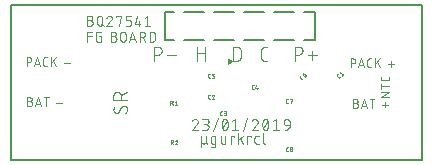
<source format=gto>
G75*
%MOIN*%
%OFA0B0*%
%FSLAX25Y25*%
%IPPOS*%
%LPD*%
%AMOC8*
5,1,8,0,0,1.08239X$1,22.5*
%
%ADD10C,0.00500*%
%ADD11C,0.00300*%
%ADD12C,0.00100*%
%ADD13C,0.00400*%
D10*
X0001250Y0001250D02*
X0001250Y0053150D01*
X0138350Y0053150D01*
X0138350Y0001250D01*
X0001250Y0001250D01*
X0052450Y0041250D02*
X0052450Y0050750D01*
X0055450Y0050750D01*
X0058950Y0050750D02*
X0065450Y0050750D01*
X0068950Y0050750D02*
X0075450Y0050750D01*
X0078950Y0050750D02*
X0085450Y0050750D01*
X0088950Y0050750D02*
X0095450Y0050750D01*
X0098950Y0050750D02*
X0102450Y0050750D01*
X0102450Y0041250D01*
X0098950Y0041250D01*
X0095450Y0041250D02*
X0088950Y0041250D01*
X0085450Y0041250D02*
X0078950Y0041250D01*
X0075450Y0041250D02*
X0068950Y0041250D01*
X0065450Y0041250D02*
X0058950Y0041250D01*
X0055450Y0041250D02*
X0052450Y0041250D01*
D11*
X0049209Y0041718D02*
X0049209Y0043160D01*
X0049210Y0043160D02*
X0049208Y0043219D01*
X0049202Y0043278D01*
X0049193Y0043336D01*
X0049179Y0043393D01*
X0049162Y0043450D01*
X0049141Y0043505D01*
X0049117Y0043559D01*
X0049089Y0043611D01*
X0049058Y0043661D01*
X0049024Y0043708D01*
X0048986Y0043754D01*
X0048946Y0043797D01*
X0048903Y0043837D01*
X0048857Y0043875D01*
X0048810Y0043909D01*
X0048760Y0043940D01*
X0048708Y0043968D01*
X0048654Y0043992D01*
X0048599Y0044013D01*
X0048542Y0044030D01*
X0048485Y0044044D01*
X0048427Y0044053D01*
X0048368Y0044059D01*
X0048309Y0044061D01*
X0047408Y0044061D01*
X0047408Y0040817D01*
X0048309Y0040817D01*
X0048368Y0040819D01*
X0048427Y0040825D01*
X0048485Y0040834D01*
X0048542Y0040848D01*
X0048599Y0040865D01*
X0048654Y0040886D01*
X0048708Y0040910D01*
X0048760Y0040938D01*
X0048810Y0040969D01*
X0048857Y0041003D01*
X0048903Y0041041D01*
X0048946Y0041081D01*
X0048986Y0041124D01*
X0049024Y0041170D01*
X0049058Y0041217D01*
X0049089Y0041268D01*
X0049117Y0041319D01*
X0049141Y0041373D01*
X0049162Y0041428D01*
X0049179Y0041485D01*
X0049193Y0041542D01*
X0049202Y0041600D01*
X0049208Y0041659D01*
X0049210Y0041718D01*
X0045935Y0040817D02*
X0045215Y0042259D01*
X0045034Y0042259D02*
X0044134Y0042259D01*
X0042529Y0041628D02*
X0040907Y0041628D01*
X0040637Y0040817D02*
X0041718Y0044061D01*
X0042799Y0040817D01*
X0044134Y0040817D02*
X0044134Y0044061D01*
X0045034Y0044061D01*
X0045093Y0044059D01*
X0045152Y0044053D01*
X0045210Y0044044D01*
X0045267Y0044030D01*
X0045324Y0044013D01*
X0045379Y0043992D01*
X0045433Y0043968D01*
X0045484Y0043940D01*
X0045535Y0043909D01*
X0045582Y0043875D01*
X0045628Y0043837D01*
X0045671Y0043797D01*
X0045711Y0043754D01*
X0045749Y0043708D01*
X0045783Y0043661D01*
X0045814Y0043611D01*
X0045842Y0043559D01*
X0045866Y0043505D01*
X0045887Y0043450D01*
X0045904Y0043393D01*
X0045918Y0043336D01*
X0045927Y0043278D01*
X0045933Y0043219D01*
X0045935Y0043160D01*
X0045933Y0043101D01*
X0045927Y0043042D01*
X0045918Y0042984D01*
X0045904Y0042927D01*
X0045887Y0042870D01*
X0045866Y0042815D01*
X0045842Y0042761D01*
X0045814Y0042710D01*
X0045783Y0042659D01*
X0045749Y0042612D01*
X0045711Y0042566D01*
X0045671Y0042523D01*
X0045628Y0042483D01*
X0045582Y0042445D01*
X0045535Y0042411D01*
X0045485Y0042380D01*
X0045433Y0042352D01*
X0045379Y0042328D01*
X0045324Y0042307D01*
X0045267Y0042290D01*
X0045210Y0042276D01*
X0045152Y0042267D01*
X0045093Y0042261D01*
X0045034Y0042259D01*
X0039430Y0041718D02*
X0039430Y0043160D01*
X0039428Y0043219D01*
X0039422Y0043278D01*
X0039413Y0043336D01*
X0039399Y0043393D01*
X0039382Y0043450D01*
X0039361Y0043505D01*
X0039337Y0043559D01*
X0039309Y0043611D01*
X0039278Y0043661D01*
X0039244Y0043708D01*
X0039206Y0043754D01*
X0039166Y0043797D01*
X0039123Y0043837D01*
X0039077Y0043875D01*
X0039030Y0043909D01*
X0038980Y0043940D01*
X0038928Y0043968D01*
X0038874Y0043992D01*
X0038819Y0044013D01*
X0038762Y0044030D01*
X0038705Y0044044D01*
X0038647Y0044053D01*
X0038588Y0044059D01*
X0038529Y0044061D01*
X0038470Y0044059D01*
X0038411Y0044053D01*
X0038353Y0044044D01*
X0038296Y0044030D01*
X0038239Y0044013D01*
X0038184Y0043992D01*
X0038130Y0043968D01*
X0038079Y0043940D01*
X0038028Y0043909D01*
X0037981Y0043875D01*
X0037935Y0043837D01*
X0037892Y0043797D01*
X0037852Y0043754D01*
X0037814Y0043708D01*
X0037780Y0043661D01*
X0037749Y0043611D01*
X0037721Y0043559D01*
X0037697Y0043505D01*
X0037676Y0043450D01*
X0037659Y0043393D01*
X0037645Y0043336D01*
X0037636Y0043278D01*
X0037630Y0043219D01*
X0037628Y0043160D01*
X0037628Y0041718D01*
X0037630Y0041659D01*
X0037636Y0041600D01*
X0037645Y0041542D01*
X0037659Y0041485D01*
X0037676Y0041428D01*
X0037697Y0041373D01*
X0037721Y0041319D01*
X0037749Y0041268D01*
X0037780Y0041217D01*
X0037814Y0041170D01*
X0037852Y0041124D01*
X0037892Y0041081D01*
X0037935Y0041041D01*
X0037981Y0041003D01*
X0038028Y0040969D01*
X0038079Y0040938D01*
X0038130Y0040910D01*
X0038184Y0040886D01*
X0038239Y0040865D01*
X0038296Y0040848D01*
X0038353Y0040834D01*
X0038411Y0040825D01*
X0038470Y0040819D01*
X0038529Y0040817D01*
X0038588Y0040819D01*
X0038647Y0040825D01*
X0038705Y0040834D01*
X0038762Y0040848D01*
X0038819Y0040865D01*
X0038874Y0040886D01*
X0038928Y0040910D01*
X0038980Y0040938D01*
X0039030Y0040969D01*
X0039077Y0041003D01*
X0039123Y0041041D01*
X0039166Y0041081D01*
X0039206Y0041124D01*
X0039244Y0041170D01*
X0039278Y0041217D01*
X0039309Y0041268D01*
X0039337Y0041319D01*
X0039361Y0041373D01*
X0039382Y0041428D01*
X0039399Y0041485D01*
X0039413Y0041542D01*
X0039422Y0041600D01*
X0039428Y0041659D01*
X0039430Y0041718D01*
X0035495Y0040817D02*
X0035554Y0040819D01*
X0035613Y0040825D01*
X0035671Y0040834D01*
X0035728Y0040848D01*
X0035785Y0040865D01*
X0035840Y0040886D01*
X0035894Y0040910D01*
X0035946Y0040938D01*
X0035996Y0040969D01*
X0036043Y0041003D01*
X0036089Y0041041D01*
X0036132Y0041081D01*
X0036172Y0041124D01*
X0036210Y0041170D01*
X0036244Y0041217D01*
X0036275Y0041268D01*
X0036303Y0041319D01*
X0036327Y0041373D01*
X0036348Y0041428D01*
X0036365Y0041485D01*
X0036379Y0041542D01*
X0036388Y0041600D01*
X0036394Y0041659D01*
X0036396Y0041718D01*
X0036394Y0041777D01*
X0036388Y0041836D01*
X0036379Y0041894D01*
X0036365Y0041951D01*
X0036348Y0042008D01*
X0036327Y0042063D01*
X0036303Y0042117D01*
X0036275Y0042169D01*
X0036244Y0042219D01*
X0036210Y0042266D01*
X0036172Y0042312D01*
X0036132Y0042355D01*
X0036089Y0042395D01*
X0036043Y0042433D01*
X0035996Y0042467D01*
X0035945Y0042498D01*
X0035894Y0042526D01*
X0035840Y0042550D01*
X0035785Y0042571D01*
X0035728Y0042588D01*
X0035671Y0042602D01*
X0035613Y0042611D01*
X0035554Y0042617D01*
X0035495Y0042619D01*
X0034594Y0042619D01*
X0035495Y0042619D02*
X0035548Y0042621D01*
X0035600Y0042627D01*
X0035652Y0042636D01*
X0035703Y0042650D01*
X0035753Y0042667D01*
X0035801Y0042687D01*
X0035848Y0042711D01*
X0035893Y0042739D01*
X0035936Y0042769D01*
X0035976Y0042803D01*
X0036014Y0042840D01*
X0036049Y0042879D01*
X0036081Y0042920D01*
X0036110Y0042964D01*
X0036136Y0043010D01*
X0036159Y0043058D01*
X0036177Y0043107D01*
X0036193Y0043158D01*
X0036204Y0043209D01*
X0036212Y0043261D01*
X0036216Y0043314D01*
X0036216Y0043366D01*
X0036212Y0043419D01*
X0036204Y0043471D01*
X0036193Y0043522D01*
X0036177Y0043573D01*
X0036159Y0043622D01*
X0036136Y0043670D01*
X0036110Y0043716D01*
X0036081Y0043760D01*
X0036049Y0043801D01*
X0036014Y0043840D01*
X0035976Y0043877D01*
X0035936Y0043911D01*
X0035893Y0043941D01*
X0035848Y0043969D01*
X0035801Y0043993D01*
X0035753Y0044013D01*
X0035703Y0044030D01*
X0035652Y0044044D01*
X0035600Y0044053D01*
X0035548Y0044059D01*
X0035495Y0044061D01*
X0034594Y0044061D01*
X0034594Y0040817D01*
X0035495Y0040817D01*
X0031245Y0040817D02*
X0031245Y0042619D01*
X0030704Y0042619D01*
X0029443Y0043340D02*
X0029445Y0043391D01*
X0029450Y0043443D01*
X0029459Y0043493D01*
X0029472Y0043543D01*
X0029488Y0043592D01*
X0029508Y0043640D01*
X0029531Y0043686D01*
X0029557Y0043730D01*
X0029587Y0043772D01*
X0029619Y0043812D01*
X0029654Y0043850D01*
X0029692Y0043885D01*
X0029732Y0043917D01*
X0029774Y0043947D01*
X0029818Y0043973D01*
X0029864Y0043996D01*
X0029912Y0044016D01*
X0029961Y0044032D01*
X0030011Y0044045D01*
X0030061Y0044054D01*
X0030113Y0044059D01*
X0030164Y0044061D01*
X0031245Y0044061D01*
X0029443Y0043340D02*
X0029443Y0041538D01*
X0029445Y0041487D01*
X0029450Y0041435D01*
X0029459Y0041385D01*
X0029472Y0041335D01*
X0029488Y0041286D01*
X0029508Y0041238D01*
X0029531Y0041192D01*
X0029557Y0041148D01*
X0029587Y0041106D01*
X0029619Y0041066D01*
X0029654Y0041028D01*
X0029692Y0040993D01*
X0029732Y0040961D01*
X0029774Y0040931D01*
X0029818Y0040905D01*
X0029864Y0040882D01*
X0029912Y0040862D01*
X0029961Y0040846D01*
X0030011Y0040833D01*
X0030061Y0040824D01*
X0030113Y0040819D01*
X0030164Y0040817D01*
X0031245Y0040817D01*
X0028127Y0042619D02*
X0026686Y0042619D01*
X0026686Y0044061D02*
X0028127Y0044061D01*
X0026686Y0044061D02*
X0026686Y0040817D01*
X0026686Y0046132D02*
X0026686Y0049376D01*
X0027587Y0049376D01*
X0027640Y0049374D01*
X0027692Y0049368D01*
X0027744Y0049359D01*
X0027795Y0049345D01*
X0027845Y0049328D01*
X0027893Y0049308D01*
X0027940Y0049284D01*
X0027985Y0049256D01*
X0028028Y0049226D01*
X0028068Y0049192D01*
X0028106Y0049155D01*
X0028141Y0049116D01*
X0028173Y0049075D01*
X0028202Y0049031D01*
X0028228Y0048985D01*
X0028251Y0048937D01*
X0028269Y0048888D01*
X0028285Y0048837D01*
X0028296Y0048786D01*
X0028304Y0048734D01*
X0028308Y0048681D01*
X0028308Y0048629D01*
X0028304Y0048576D01*
X0028296Y0048524D01*
X0028285Y0048473D01*
X0028269Y0048422D01*
X0028251Y0048373D01*
X0028228Y0048325D01*
X0028202Y0048279D01*
X0028173Y0048235D01*
X0028141Y0048194D01*
X0028106Y0048155D01*
X0028068Y0048118D01*
X0028028Y0048084D01*
X0027985Y0048054D01*
X0027940Y0048026D01*
X0027893Y0048002D01*
X0027845Y0047982D01*
X0027795Y0047965D01*
X0027744Y0047951D01*
X0027692Y0047942D01*
X0027640Y0047936D01*
X0027587Y0047934D01*
X0026686Y0047934D01*
X0027587Y0047934D02*
X0027646Y0047932D01*
X0027705Y0047926D01*
X0027763Y0047917D01*
X0027820Y0047903D01*
X0027877Y0047886D01*
X0027932Y0047865D01*
X0027986Y0047841D01*
X0028037Y0047813D01*
X0028088Y0047782D01*
X0028135Y0047748D01*
X0028181Y0047710D01*
X0028224Y0047670D01*
X0028264Y0047627D01*
X0028302Y0047581D01*
X0028336Y0047534D01*
X0028367Y0047484D01*
X0028395Y0047432D01*
X0028419Y0047378D01*
X0028440Y0047323D01*
X0028457Y0047266D01*
X0028471Y0047209D01*
X0028480Y0047151D01*
X0028486Y0047092D01*
X0028488Y0047033D01*
X0028486Y0046974D01*
X0028480Y0046915D01*
X0028471Y0046857D01*
X0028457Y0046800D01*
X0028440Y0046743D01*
X0028419Y0046688D01*
X0028395Y0046634D01*
X0028367Y0046583D01*
X0028336Y0046532D01*
X0028302Y0046485D01*
X0028264Y0046439D01*
X0028224Y0046396D01*
X0028181Y0046356D01*
X0028135Y0046318D01*
X0028088Y0046284D01*
X0028038Y0046253D01*
X0027986Y0046225D01*
X0027932Y0046201D01*
X0027877Y0046180D01*
X0027820Y0046163D01*
X0027763Y0046149D01*
X0027705Y0046140D01*
X0027646Y0046134D01*
X0027587Y0046132D01*
X0026686Y0046132D01*
X0029911Y0047033D02*
X0029911Y0048475D01*
X0029913Y0048534D01*
X0029919Y0048593D01*
X0029928Y0048651D01*
X0029942Y0048708D01*
X0029959Y0048765D01*
X0029980Y0048820D01*
X0030004Y0048874D01*
X0030032Y0048926D01*
X0030063Y0048976D01*
X0030097Y0049023D01*
X0030135Y0049069D01*
X0030175Y0049112D01*
X0030218Y0049152D01*
X0030264Y0049190D01*
X0030311Y0049224D01*
X0030362Y0049255D01*
X0030413Y0049283D01*
X0030467Y0049307D01*
X0030522Y0049328D01*
X0030579Y0049345D01*
X0030636Y0049359D01*
X0030694Y0049368D01*
X0030753Y0049374D01*
X0030812Y0049376D01*
X0030871Y0049374D01*
X0030930Y0049368D01*
X0030988Y0049359D01*
X0031045Y0049345D01*
X0031102Y0049328D01*
X0031157Y0049307D01*
X0031211Y0049283D01*
X0031263Y0049255D01*
X0031313Y0049224D01*
X0031360Y0049190D01*
X0031406Y0049152D01*
X0031449Y0049112D01*
X0031489Y0049069D01*
X0031527Y0049023D01*
X0031561Y0048976D01*
X0031592Y0048926D01*
X0031620Y0048874D01*
X0031644Y0048820D01*
X0031665Y0048765D01*
X0031682Y0048708D01*
X0031696Y0048651D01*
X0031705Y0048593D01*
X0031711Y0048534D01*
X0031713Y0048475D01*
X0031713Y0047033D01*
X0031353Y0046853D02*
X0032074Y0046132D01*
X0033015Y0046132D02*
X0034817Y0046132D01*
X0033015Y0046132D02*
X0034547Y0047934D01*
X0034006Y0049376D02*
X0033944Y0049374D01*
X0033881Y0049369D01*
X0033820Y0049359D01*
X0033759Y0049346D01*
X0033699Y0049330D01*
X0033640Y0049309D01*
X0033582Y0049286D01*
X0033526Y0049259D01*
X0033471Y0049228D01*
X0033419Y0049195D01*
X0033368Y0049158D01*
X0033320Y0049118D01*
X0033274Y0049076D01*
X0033231Y0049031D01*
X0033191Y0048983D01*
X0033153Y0048933D01*
X0033119Y0048881D01*
X0033088Y0048827D01*
X0033060Y0048771D01*
X0033036Y0048714D01*
X0033015Y0048655D01*
X0034547Y0047934D02*
X0034588Y0047976D01*
X0034626Y0048021D01*
X0034661Y0048068D01*
X0034693Y0048117D01*
X0034722Y0048169D01*
X0034747Y0048222D01*
X0034768Y0048277D01*
X0034785Y0048333D01*
X0034799Y0048390D01*
X0034809Y0048448D01*
X0034815Y0048506D01*
X0034817Y0048565D01*
X0034815Y0048620D01*
X0034809Y0048675D01*
X0034800Y0048730D01*
X0034787Y0048784D01*
X0034770Y0048837D01*
X0034750Y0048888D01*
X0034726Y0048938D01*
X0034699Y0048986D01*
X0034669Y0049033D01*
X0034635Y0049077D01*
X0034599Y0049119D01*
X0034560Y0049158D01*
X0034518Y0049194D01*
X0034474Y0049228D01*
X0034427Y0049258D01*
X0034379Y0049285D01*
X0034329Y0049309D01*
X0034278Y0049329D01*
X0034225Y0049346D01*
X0034171Y0049359D01*
X0034116Y0049368D01*
X0034061Y0049374D01*
X0034006Y0049376D01*
X0036204Y0049376D02*
X0038006Y0049376D01*
X0037105Y0046132D01*
X0039393Y0046132D02*
X0040474Y0046132D01*
X0040525Y0046134D01*
X0040577Y0046139D01*
X0040627Y0046148D01*
X0040677Y0046161D01*
X0040726Y0046177D01*
X0040774Y0046197D01*
X0040820Y0046220D01*
X0040864Y0046246D01*
X0040906Y0046276D01*
X0040946Y0046308D01*
X0040984Y0046343D01*
X0041019Y0046381D01*
X0041051Y0046421D01*
X0041081Y0046463D01*
X0041107Y0046507D01*
X0041130Y0046553D01*
X0041150Y0046601D01*
X0041166Y0046650D01*
X0041179Y0046700D01*
X0041188Y0046750D01*
X0041193Y0046802D01*
X0041195Y0046853D01*
X0041195Y0047213D01*
X0041193Y0047264D01*
X0041188Y0047316D01*
X0041179Y0047366D01*
X0041166Y0047416D01*
X0041150Y0047465D01*
X0041130Y0047513D01*
X0041107Y0047559D01*
X0041081Y0047603D01*
X0041051Y0047645D01*
X0041019Y0047685D01*
X0040984Y0047723D01*
X0040946Y0047758D01*
X0040906Y0047790D01*
X0040864Y0047820D01*
X0040820Y0047846D01*
X0040774Y0047869D01*
X0040726Y0047889D01*
X0040677Y0047905D01*
X0040627Y0047918D01*
X0040577Y0047927D01*
X0040525Y0047932D01*
X0040474Y0047934D01*
X0039393Y0047934D01*
X0039393Y0049376D01*
X0041195Y0049376D01*
X0043303Y0049376D02*
X0042582Y0046853D01*
X0044384Y0046853D01*
X0043843Y0047574D02*
X0043843Y0046132D01*
X0045771Y0046132D02*
X0047573Y0046132D01*
X0046672Y0046132D02*
X0046672Y0049376D01*
X0045771Y0048655D01*
X0036204Y0049015D02*
X0036204Y0049376D01*
X0031713Y0047033D02*
X0031711Y0046974D01*
X0031705Y0046915D01*
X0031696Y0046857D01*
X0031682Y0046800D01*
X0031665Y0046743D01*
X0031644Y0046688D01*
X0031620Y0046634D01*
X0031592Y0046583D01*
X0031561Y0046532D01*
X0031527Y0046485D01*
X0031489Y0046439D01*
X0031449Y0046396D01*
X0031406Y0046356D01*
X0031360Y0046318D01*
X0031313Y0046284D01*
X0031263Y0046253D01*
X0031211Y0046225D01*
X0031157Y0046201D01*
X0031102Y0046180D01*
X0031045Y0046163D01*
X0030988Y0046149D01*
X0030930Y0046140D01*
X0030871Y0046134D01*
X0030812Y0046132D01*
X0030753Y0046134D01*
X0030694Y0046140D01*
X0030636Y0046149D01*
X0030579Y0046163D01*
X0030522Y0046180D01*
X0030467Y0046201D01*
X0030413Y0046225D01*
X0030362Y0046253D01*
X0030311Y0046284D01*
X0030264Y0046318D01*
X0030218Y0046356D01*
X0030175Y0046396D01*
X0030135Y0046439D01*
X0030097Y0046485D01*
X0030063Y0046532D01*
X0030032Y0046583D01*
X0030004Y0046634D01*
X0029980Y0046688D01*
X0029959Y0046743D01*
X0029942Y0046800D01*
X0029928Y0046857D01*
X0029919Y0046915D01*
X0029913Y0046974D01*
X0029911Y0047033D01*
X0016171Y0035600D02*
X0014560Y0033828D01*
X0015204Y0034472D02*
X0016171Y0032700D01*
X0014560Y0032700D02*
X0014560Y0035600D01*
X0013297Y0035600D02*
X0012653Y0035600D01*
X0012602Y0035598D01*
X0012552Y0035592D01*
X0012503Y0035582D01*
X0012454Y0035568D01*
X0012407Y0035551D01*
X0012361Y0035530D01*
X0012317Y0035505D01*
X0012274Y0035477D01*
X0012235Y0035446D01*
X0012198Y0035411D01*
X0012163Y0035374D01*
X0012132Y0035335D01*
X0012104Y0035292D01*
X0012079Y0035248D01*
X0012058Y0035202D01*
X0012041Y0035155D01*
X0012027Y0035106D01*
X0012017Y0035057D01*
X0012011Y0035007D01*
X0012009Y0034956D01*
X0012009Y0033344D01*
X0012011Y0033296D01*
X0012016Y0033248D01*
X0012025Y0033201D01*
X0012038Y0033154D01*
X0012054Y0033109D01*
X0012073Y0033065D01*
X0012095Y0033022D01*
X0012121Y0032981D01*
X0012150Y0032942D01*
X0012181Y0032906D01*
X0012215Y0032872D01*
X0012251Y0032841D01*
X0012290Y0032812D01*
X0012331Y0032786D01*
X0012374Y0032764D01*
X0012418Y0032745D01*
X0012463Y0032729D01*
X0012510Y0032716D01*
X0012557Y0032707D01*
X0012605Y0032702D01*
X0012653Y0032700D01*
X0013297Y0032700D01*
X0010910Y0032700D02*
X0009943Y0035600D01*
X0008977Y0032700D01*
X0009218Y0033425D02*
X0010668Y0033425D01*
X0007206Y0033989D02*
X0006400Y0033989D01*
X0007206Y0033988D02*
X0007261Y0033990D01*
X0007316Y0033996D01*
X0007370Y0034005D01*
X0007423Y0034018D01*
X0007476Y0034035D01*
X0007527Y0034055D01*
X0007577Y0034078D01*
X0007625Y0034105D01*
X0007671Y0034136D01*
X0007715Y0034169D01*
X0007756Y0034205D01*
X0007795Y0034244D01*
X0007831Y0034285D01*
X0007864Y0034329D01*
X0007895Y0034375D01*
X0007922Y0034423D01*
X0007945Y0034473D01*
X0007965Y0034524D01*
X0007982Y0034577D01*
X0007995Y0034630D01*
X0008004Y0034684D01*
X0008010Y0034739D01*
X0008012Y0034794D01*
X0008010Y0034849D01*
X0008004Y0034904D01*
X0007995Y0034958D01*
X0007982Y0035011D01*
X0007965Y0035064D01*
X0007945Y0035115D01*
X0007922Y0035165D01*
X0007895Y0035213D01*
X0007864Y0035259D01*
X0007831Y0035303D01*
X0007795Y0035344D01*
X0007756Y0035383D01*
X0007715Y0035419D01*
X0007671Y0035452D01*
X0007625Y0035483D01*
X0007577Y0035510D01*
X0007527Y0035533D01*
X0007476Y0035553D01*
X0007423Y0035570D01*
X0007370Y0035583D01*
X0007316Y0035592D01*
X0007261Y0035598D01*
X0007206Y0035600D01*
X0006400Y0035600D01*
X0006400Y0032700D01*
X0018865Y0033828D02*
X0020798Y0033828D01*
X0013737Y0022200D02*
X0012126Y0022200D01*
X0012931Y0022200D02*
X0012931Y0019300D01*
X0011210Y0019300D02*
X0010243Y0022200D01*
X0009277Y0019300D01*
X0009518Y0020025D02*
X0010968Y0020025D01*
X0007506Y0019300D02*
X0007561Y0019302D01*
X0007616Y0019308D01*
X0007670Y0019317D01*
X0007723Y0019330D01*
X0007776Y0019347D01*
X0007827Y0019367D01*
X0007877Y0019390D01*
X0007925Y0019417D01*
X0007971Y0019448D01*
X0008015Y0019481D01*
X0008056Y0019517D01*
X0008095Y0019556D01*
X0008131Y0019597D01*
X0008164Y0019641D01*
X0008195Y0019687D01*
X0008222Y0019735D01*
X0008245Y0019785D01*
X0008265Y0019836D01*
X0008282Y0019889D01*
X0008295Y0019942D01*
X0008304Y0019996D01*
X0008310Y0020051D01*
X0008312Y0020106D01*
X0008310Y0020161D01*
X0008304Y0020216D01*
X0008295Y0020270D01*
X0008282Y0020323D01*
X0008265Y0020376D01*
X0008245Y0020427D01*
X0008222Y0020477D01*
X0008195Y0020525D01*
X0008164Y0020571D01*
X0008131Y0020615D01*
X0008095Y0020656D01*
X0008056Y0020695D01*
X0008015Y0020731D01*
X0007971Y0020764D01*
X0007925Y0020795D01*
X0007877Y0020822D01*
X0007827Y0020845D01*
X0007776Y0020865D01*
X0007723Y0020882D01*
X0007670Y0020895D01*
X0007616Y0020904D01*
X0007561Y0020910D01*
X0007506Y0020912D01*
X0007506Y0020911D02*
X0006700Y0020911D01*
X0007506Y0020912D02*
X0007555Y0020914D01*
X0007604Y0020920D01*
X0007653Y0020929D01*
X0007700Y0020942D01*
X0007747Y0020959D01*
X0007792Y0020979D01*
X0007835Y0021002D01*
X0007877Y0021029D01*
X0007916Y0021059D01*
X0007953Y0021092D01*
X0007987Y0021128D01*
X0008018Y0021166D01*
X0008047Y0021206D01*
X0008072Y0021248D01*
X0008094Y0021293D01*
X0008112Y0021338D01*
X0008127Y0021385D01*
X0008138Y0021433D01*
X0008146Y0021482D01*
X0008150Y0021531D01*
X0008150Y0021581D01*
X0008146Y0021630D01*
X0008138Y0021679D01*
X0008127Y0021727D01*
X0008112Y0021774D01*
X0008094Y0021819D01*
X0008072Y0021864D01*
X0008047Y0021906D01*
X0008018Y0021946D01*
X0007987Y0021984D01*
X0007953Y0022020D01*
X0007916Y0022053D01*
X0007877Y0022083D01*
X0007835Y0022110D01*
X0007792Y0022133D01*
X0007747Y0022153D01*
X0007700Y0022170D01*
X0007653Y0022183D01*
X0007604Y0022192D01*
X0007555Y0022198D01*
X0007506Y0022200D01*
X0006700Y0022200D01*
X0006700Y0019300D01*
X0007506Y0019300D01*
X0016381Y0020428D02*
X0018314Y0020428D01*
X0054377Y0020378D02*
X0054738Y0020378D01*
X0054810Y0020378D02*
X0055099Y0019800D01*
X0055801Y0019800D02*
X0056523Y0019800D01*
X0056162Y0019800D02*
X0056162Y0021100D01*
X0055801Y0020811D01*
X0054738Y0021100D02*
X0054776Y0021098D01*
X0054813Y0021092D01*
X0054850Y0021082D01*
X0054885Y0021069D01*
X0054919Y0021052D01*
X0054950Y0021031D01*
X0054980Y0021007D01*
X0055006Y0020981D01*
X0055030Y0020951D01*
X0055051Y0020919D01*
X0055068Y0020886D01*
X0055081Y0020851D01*
X0055091Y0020814D01*
X0055097Y0020777D01*
X0055099Y0020739D01*
X0055097Y0020701D01*
X0055091Y0020664D01*
X0055081Y0020627D01*
X0055068Y0020592D01*
X0055051Y0020559D01*
X0055030Y0020527D01*
X0055006Y0020497D01*
X0054980Y0020471D01*
X0054950Y0020447D01*
X0054919Y0020426D01*
X0054885Y0020409D01*
X0054850Y0020396D01*
X0054813Y0020386D01*
X0054776Y0020380D01*
X0054738Y0020378D01*
X0054377Y0019800D02*
X0054377Y0021100D01*
X0054738Y0021100D01*
X0066985Y0022089D02*
X0066985Y0022811D01*
X0066987Y0022843D01*
X0066992Y0022875D01*
X0067001Y0022906D01*
X0067014Y0022936D01*
X0067029Y0022965D01*
X0067048Y0022991D01*
X0067070Y0023015D01*
X0067094Y0023037D01*
X0067120Y0023056D01*
X0067149Y0023071D01*
X0067179Y0023084D01*
X0067210Y0023093D01*
X0067242Y0023098D01*
X0067274Y0023100D01*
X0067563Y0023100D01*
X0068807Y0022522D02*
X0068831Y0022548D01*
X0068853Y0022576D01*
X0068871Y0022606D01*
X0068887Y0022638D01*
X0068899Y0022671D01*
X0068908Y0022705D01*
X0068913Y0022740D01*
X0068915Y0022775D01*
X0068806Y0022522D02*
X0068192Y0021800D01*
X0068915Y0021800D01*
X0068192Y0022811D02*
X0068205Y0022846D01*
X0068222Y0022880D01*
X0068241Y0022912D01*
X0068263Y0022942D01*
X0068288Y0022971D01*
X0068315Y0022997D01*
X0068344Y0023020D01*
X0068375Y0023041D01*
X0068409Y0023059D01*
X0068443Y0023073D01*
X0068479Y0023085D01*
X0068515Y0023093D01*
X0068553Y0023098D01*
X0068590Y0023100D01*
X0068624Y0023098D01*
X0068658Y0023093D01*
X0068690Y0023084D01*
X0068722Y0023072D01*
X0068753Y0023056D01*
X0068781Y0023038D01*
X0068807Y0023017D01*
X0068832Y0022992D01*
X0068853Y0022966D01*
X0068871Y0022938D01*
X0068887Y0022907D01*
X0068899Y0022875D01*
X0068908Y0022843D01*
X0068913Y0022809D01*
X0068915Y0022775D01*
X0067563Y0021800D02*
X0067274Y0021800D01*
X0067242Y0021802D01*
X0067210Y0021807D01*
X0067179Y0021816D01*
X0067149Y0021829D01*
X0067120Y0021844D01*
X0067094Y0021863D01*
X0067070Y0021885D01*
X0067048Y0021909D01*
X0067029Y0021935D01*
X0067014Y0021964D01*
X0067001Y0021994D01*
X0066992Y0022025D01*
X0066987Y0022057D01*
X0066985Y0022089D01*
X0071274Y0017600D02*
X0071563Y0017600D01*
X0071274Y0017600D02*
X0071242Y0017598D01*
X0071210Y0017593D01*
X0071179Y0017584D01*
X0071149Y0017571D01*
X0071120Y0017556D01*
X0071094Y0017537D01*
X0071070Y0017515D01*
X0071048Y0017491D01*
X0071029Y0017465D01*
X0071014Y0017436D01*
X0071001Y0017406D01*
X0070992Y0017375D01*
X0070987Y0017343D01*
X0070985Y0017311D01*
X0070985Y0016589D01*
X0070987Y0016557D01*
X0070992Y0016525D01*
X0071001Y0016494D01*
X0071014Y0016464D01*
X0071029Y0016435D01*
X0071048Y0016409D01*
X0071070Y0016385D01*
X0071094Y0016363D01*
X0071120Y0016344D01*
X0071149Y0016329D01*
X0071179Y0016316D01*
X0071210Y0016307D01*
X0071242Y0016302D01*
X0071274Y0016300D01*
X0071563Y0016300D01*
X0072192Y0016300D02*
X0072553Y0016300D01*
X0072591Y0016302D01*
X0072628Y0016308D01*
X0072665Y0016318D01*
X0072700Y0016331D01*
X0072734Y0016348D01*
X0072765Y0016369D01*
X0072795Y0016393D01*
X0072821Y0016419D01*
X0072845Y0016449D01*
X0072866Y0016481D01*
X0072883Y0016514D01*
X0072896Y0016549D01*
X0072906Y0016586D01*
X0072912Y0016623D01*
X0072914Y0016661D01*
X0072912Y0016699D01*
X0072906Y0016736D01*
X0072896Y0016773D01*
X0072883Y0016808D01*
X0072866Y0016841D01*
X0072845Y0016873D01*
X0072821Y0016903D01*
X0072795Y0016929D01*
X0072765Y0016953D01*
X0072734Y0016974D01*
X0072700Y0016991D01*
X0072665Y0017004D01*
X0072628Y0017014D01*
X0072591Y0017020D01*
X0072553Y0017022D01*
X0072626Y0017022D02*
X0072337Y0017022D01*
X0072626Y0017022D02*
X0072658Y0017024D01*
X0072690Y0017029D01*
X0072721Y0017038D01*
X0072751Y0017051D01*
X0072780Y0017066D01*
X0072806Y0017085D01*
X0072830Y0017107D01*
X0072852Y0017131D01*
X0072871Y0017157D01*
X0072886Y0017186D01*
X0072899Y0017216D01*
X0072908Y0017247D01*
X0072913Y0017279D01*
X0072915Y0017311D01*
X0072913Y0017343D01*
X0072908Y0017375D01*
X0072899Y0017406D01*
X0072886Y0017436D01*
X0072871Y0017465D01*
X0072852Y0017491D01*
X0072830Y0017515D01*
X0072806Y0017537D01*
X0072780Y0017556D01*
X0072751Y0017571D01*
X0072721Y0017584D01*
X0072690Y0017593D01*
X0072658Y0017598D01*
X0072626Y0017600D01*
X0072192Y0017600D01*
X0070072Y0015412D02*
X0068447Y0010943D01*
X0066055Y0011349D02*
X0065039Y0011349D01*
X0063509Y0011349D02*
X0061478Y0011349D01*
X0063205Y0013380D01*
X0062595Y0015005D02*
X0062528Y0015003D01*
X0062461Y0014997D01*
X0062395Y0014988D01*
X0062329Y0014974D01*
X0062264Y0014957D01*
X0062200Y0014937D01*
X0062138Y0014912D01*
X0062077Y0014884D01*
X0062017Y0014853D01*
X0061960Y0014818D01*
X0061904Y0014780D01*
X0061851Y0014739D01*
X0061801Y0014695D01*
X0061753Y0014649D01*
X0061707Y0014599D01*
X0061665Y0014547D01*
X0061625Y0014493D01*
X0061589Y0014436D01*
X0061556Y0014378D01*
X0061527Y0014318D01*
X0061501Y0014256D01*
X0061478Y0014193D01*
X0063205Y0013380D02*
X0063248Y0013423D01*
X0063288Y0013470D01*
X0063326Y0013518D01*
X0063360Y0013569D01*
X0063391Y0013622D01*
X0063418Y0013676D01*
X0063442Y0013732D01*
X0063463Y0013790D01*
X0063480Y0013849D01*
X0063493Y0013909D01*
X0063502Y0013969D01*
X0063508Y0014030D01*
X0063510Y0014091D01*
X0063509Y0014091D02*
X0063507Y0014151D01*
X0063501Y0014210D01*
X0063491Y0014269D01*
X0063478Y0014328D01*
X0063460Y0014385D01*
X0063439Y0014441D01*
X0063415Y0014495D01*
X0063387Y0014548D01*
X0063355Y0014599D01*
X0063320Y0014647D01*
X0063282Y0014694D01*
X0063241Y0014737D01*
X0063198Y0014778D01*
X0063151Y0014816D01*
X0063103Y0014851D01*
X0063052Y0014883D01*
X0062999Y0014911D01*
X0062945Y0014935D01*
X0062889Y0014956D01*
X0062832Y0014974D01*
X0062773Y0014987D01*
X0062714Y0014997D01*
X0062655Y0015003D01*
X0062595Y0015005D01*
X0065039Y0015006D02*
X0066258Y0015006D01*
X0066313Y0015004D01*
X0066369Y0014998D01*
X0066423Y0014989D01*
X0066477Y0014976D01*
X0066530Y0014959D01*
X0066582Y0014939D01*
X0066632Y0014915D01*
X0066680Y0014888D01*
X0066727Y0014857D01*
X0066771Y0014824D01*
X0066813Y0014787D01*
X0066852Y0014748D01*
X0066889Y0014706D01*
X0066922Y0014662D01*
X0066953Y0014615D01*
X0066980Y0014567D01*
X0067004Y0014517D01*
X0067024Y0014465D01*
X0067041Y0014412D01*
X0067054Y0014358D01*
X0067063Y0014304D01*
X0067069Y0014248D01*
X0067071Y0014193D01*
X0067069Y0014138D01*
X0067063Y0014082D01*
X0067054Y0014028D01*
X0067041Y0013974D01*
X0067024Y0013921D01*
X0067004Y0013869D01*
X0066980Y0013819D01*
X0066953Y0013771D01*
X0066922Y0013724D01*
X0066889Y0013680D01*
X0066852Y0013638D01*
X0066813Y0013599D01*
X0066771Y0013562D01*
X0066727Y0013529D01*
X0066680Y0013498D01*
X0066632Y0013471D01*
X0066582Y0013447D01*
X0066530Y0013427D01*
X0066477Y0013410D01*
X0066423Y0013397D01*
X0066369Y0013388D01*
X0066313Y0013382D01*
X0066258Y0013380D01*
X0065445Y0013380D01*
X0066055Y0013381D02*
X0066118Y0013379D01*
X0066180Y0013373D01*
X0066242Y0013364D01*
X0066303Y0013350D01*
X0066363Y0013333D01*
X0066422Y0013312D01*
X0066480Y0013288D01*
X0066536Y0013260D01*
X0066590Y0013229D01*
X0066642Y0013194D01*
X0066692Y0013157D01*
X0066739Y0013116D01*
X0066784Y0013072D01*
X0066827Y0013026D01*
X0066866Y0012977D01*
X0066902Y0012926D01*
X0066935Y0012873D01*
X0066964Y0012818D01*
X0066991Y0012761D01*
X0067013Y0012703D01*
X0067032Y0012643D01*
X0067047Y0012582D01*
X0067059Y0012521D01*
X0067067Y0012459D01*
X0067071Y0012396D01*
X0067071Y0012334D01*
X0067067Y0012271D01*
X0067059Y0012209D01*
X0067047Y0012148D01*
X0067032Y0012087D01*
X0067013Y0012027D01*
X0066991Y0011969D01*
X0066964Y0011912D01*
X0066935Y0011857D01*
X0066902Y0011804D01*
X0066866Y0011753D01*
X0066827Y0011704D01*
X0066784Y0011658D01*
X0066739Y0011614D01*
X0066692Y0011573D01*
X0066642Y0011536D01*
X0066590Y0011501D01*
X0066536Y0011470D01*
X0066480Y0011442D01*
X0066422Y0011418D01*
X0066363Y0011397D01*
X0066303Y0011380D01*
X0066242Y0011366D01*
X0066180Y0011357D01*
X0066118Y0011351D01*
X0066055Y0011349D01*
X0066201Y0009276D02*
X0066201Y0007650D01*
X0066201Y0007244D01*
X0066203Y0007207D01*
X0066208Y0007169D01*
X0066216Y0007133D01*
X0066228Y0007097D01*
X0066244Y0007063D01*
X0066262Y0007030D01*
X0066283Y0006999D01*
X0066307Y0006970D01*
X0066333Y0006944D01*
X0066362Y0006920D01*
X0066393Y0006899D01*
X0066426Y0006881D01*
X0066460Y0006865D01*
X0066496Y0006853D01*
X0066532Y0006845D01*
X0066570Y0006840D01*
X0066607Y0006838D01*
X0067756Y0007447D02*
X0067756Y0008666D01*
X0067757Y0008666D02*
X0067759Y0008714D01*
X0067764Y0008761D01*
X0067774Y0008808D01*
X0067787Y0008854D01*
X0067803Y0008899D01*
X0067823Y0008942D01*
X0067847Y0008984D01*
X0067873Y0009024D01*
X0067903Y0009062D01*
X0067935Y0009097D01*
X0067970Y0009129D01*
X0068008Y0009159D01*
X0068048Y0009185D01*
X0068090Y0009209D01*
X0068133Y0009229D01*
X0068178Y0009245D01*
X0068224Y0009258D01*
X0068271Y0009268D01*
X0068318Y0009273D01*
X0068366Y0009275D01*
X0068366Y0009276D02*
X0069382Y0009276D01*
X0069382Y0006228D01*
X0069382Y0006838D02*
X0068366Y0006838D01*
X0068318Y0006840D01*
X0068271Y0006845D01*
X0068224Y0006855D01*
X0068178Y0006868D01*
X0068133Y0006884D01*
X0068090Y0006904D01*
X0068048Y0006928D01*
X0068008Y0006954D01*
X0067970Y0006984D01*
X0067935Y0007016D01*
X0067903Y0007051D01*
X0067873Y0007089D01*
X0067847Y0007129D01*
X0067823Y0007171D01*
X0067803Y0007214D01*
X0067787Y0007259D01*
X0067774Y0007305D01*
X0067764Y0007352D01*
X0067759Y0007399D01*
X0067757Y0007447D01*
X0069381Y0006228D02*
X0069379Y0006180D01*
X0069374Y0006133D01*
X0069364Y0006086D01*
X0069351Y0006040D01*
X0069335Y0005995D01*
X0069315Y0005952D01*
X0069291Y0005910D01*
X0069265Y0005870D01*
X0069235Y0005832D01*
X0069203Y0005797D01*
X0069168Y0005765D01*
X0069130Y0005735D01*
X0069090Y0005709D01*
X0069048Y0005685D01*
X0069005Y0005665D01*
X0068960Y0005649D01*
X0068914Y0005636D01*
X0068867Y0005626D01*
X0068820Y0005621D01*
X0068772Y0005619D01*
X0067960Y0005619D01*
X0064576Y0005619D02*
X0064576Y0009276D01*
X0064575Y0007650D02*
X0064577Y0007595D01*
X0064583Y0007539D01*
X0064592Y0007485D01*
X0064605Y0007431D01*
X0064622Y0007378D01*
X0064642Y0007326D01*
X0064666Y0007276D01*
X0064693Y0007228D01*
X0064724Y0007181D01*
X0064757Y0007137D01*
X0064794Y0007095D01*
X0064833Y0007056D01*
X0064875Y0007019D01*
X0064919Y0006986D01*
X0064966Y0006955D01*
X0065014Y0006928D01*
X0065064Y0006904D01*
X0065116Y0006884D01*
X0065169Y0006867D01*
X0065223Y0006854D01*
X0065277Y0006845D01*
X0065333Y0006839D01*
X0065388Y0006837D01*
X0065443Y0006839D01*
X0065499Y0006845D01*
X0065553Y0006854D01*
X0065607Y0006867D01*
X0065660Y0006884D01*
X0065712Y0006904D01*
X0065762Y0006928D01*
X0065810Y0006955D01*
X0065857Y0006986D01*
X0065901Y0007019D01*
X0065943Y0007056D01*
X0065982Y0007095D01*
X0066019Y0007137D01*
X0066052Y0007181D01*
X0066083Y0007228D01*
X0066110Y0007276D01*
X0066134Y0007326D01*
X0066154Y0007378D01*
X0066171Y0007431D01*
X0066184Y0007485D01*
X0066193Y0007539D01*
X0066199Y0007595D01*
X0066201Y0007650D01*
X0071098Y0007447D02*
X0071098Y0009276D01*
X0072723Y0009276D02*
X0072723Y0006838D01*
X0071707Y0006838D01*
X0071659Y0006840D01*
X0071612Y0006845D01*
X0071565Y0006855D01*
X0071519Y0006868D01*
X0071474Y0006884D01*
X0071431Y0006904D01*
X0071389Y0006928D01*
X0071349Y0006954D01*
X0071311Y0006984D01*
X0071276Y0007016D01*
X0071244Y0007051D01*
X0071214Y0007089D01*
X0071188Y0007129D01*
X0071164Y0007171D01*
X0071144Y0007214D01*
X0071128Y0007259D01*
X0071115Y0007305D01*
X0071105Y0007352D01*
X0071100Y0007399D01*
X0071098Y0007447D01*
X0074442Y0006838D02*
X0074442Y0009276D01*
X0075661Y0009276D01*
X0075661Y0008869D01*
X0077666Y0008565D02*
X0078581Y0006838D01*
X0080021Y0006838D02*
X0080021Y0009276D01*
X0081239Y0009276D01*
X0081239Y0008869D01*
X0082378Y0008666D02*
X0082378Y0007447D01*
X0082379Y0007447D02*
X0082381Y0007399D01*
X0082386Y0007352D01*
X0082396Y0007305D01*
X0082409Y0007259D01*
X0082425Y0007214D01*
X0082445Y0007171D01*
X0082469Y0007129D01*
X0082495Y0007089D01*
X0082525Y0007051D01*
X0082557Y0007016D01*
X0082592Y0006984D01*
X0082630Y0006954D01*
X0082670Y0006928D01*
X0082712Y0006904D01*
X0082755Y0006884D01*
X0082800Y0006868D01*
X0082846Y0006855D01*
X0082893Y0006845D01*
X0082940Y0006840D01*
X0082988Y0006838D01*
X0083801Y0006838D01*
X0085153Y0007447D02*
X0085153Y0010494D01*
X0083451Y0011349D02*
X0081420Y0011349D01*
X0083146Y0013380D01*
X0082537Y0015005D02*
X0082470Y0015003D01*
X0082403Y0014997D01*
X0082337Y0014988D01*
X0082271Y0014974D01*
X0082206Y0014957D01*
X0082142Y0014937D01*
X0082080Y0014912D01*
X0082019Y0014884D01*
X0081959Y0014853D01*
X0081902Y0014818D01*
X0081846Y0014780D01*
X0081793Y0014739D01*
X0081743Y0014695D01*
X0081695Y0014649D01*
X0081649Y0014599D01*
X0081607Y0014547D01*
X0081567Y0014493D01*
X0081531Y0014436D01*
X0081498Y0014378D01*
X0081469Y0014318D01*
X0081443Y0014256D01*
X0081420Y0014193D01*
X0083146Y0013380D02*
X0083189Y0013423D01*
X0083229Y0013470D01*
X0083267Y0013518D01*
X0083301Y0013569D01*
X0083332Y0013622D01*
X0083359Y0013676D01*
X0083383Y0013732D01*
X0083404Y0013790D01*
X0083421Y0013849D01*
X0083434Y0013909D01*
X0083443Y0013969D01*
X0083449Y0014030D01*
X0083451Y0014091D01*
X0083449Y0014151D01*
X0083443Y0014210D01*
X0083433Y0014269D01*
X0083420Y0014328D01*
X0083402Y0014385D01*
X0083381Y0014441D01*
X0083357Y0014495D01*
X0083329Y0014548D01*
X0083297Y0014599D01*
X0083262Y0014647D01*
X0083224Y0014694D01*
X0083183Y0014737D01*
X0083140Y0014778D01*
X0083093Y0014816D01*
X0083045Y0014851D01*
X0082994Y0014883D01*
X0082941Y0014911D01*
X0082887Y0014935D01*
X0082831Y0014956D01*
X0082774Y0014974D01*
X0082715Y0014987D01*
X0082656Y0014997D01*
X0082597Y0015003D01*
X0082537Y0015005D01*
X0080043Y0015412D02*
X0078418Y0010943D01*
X0077041Y0011349D02*
X0075010Y0011349D01*
X0076026Y0011349D02*
X0076026Y0015006D01*
X0075010Y0014193D01*
X0073277Y0014193D02*
X0071652Y0012161D01*
X0072465Y0011348D02*
X0072517Y0011350D01*
X0072568Y0011355D01*
X0072619Y0011364D01*
X0072670Y0011376D01*
X0072719Y0011392D01*
X0072767Y0011411D01*
X0072814Y0011434D01*
X0072859Y0011459D01*
X0072902Y0011488D01*
X0072943Y0011520D01*
X0072982Y0011554D01*
X0073018Y0011591D01*
X0073052Y0011630D01*
X0073083Y0011672D01*
X0073111Y0011715D01*
X0073136Y0011761D01*
X0073158Y0011808D01*
X0073176Y0011856D01*
X0072465Y0011348D02*
X0072413Y0011350D01*
X0072362Y0011355D01*
X0072311Y0011364D01*
X0072260Y0011376D01*
X0072211Y0011392D01*
X0072163Y0011411D01*
X0072116Y0011434D01*
X0072071Y0011459D01*
X0072028Y0011488D01*
X0071987Y0011520D01*
X0071948Y0011554D01*
X0071912Y0011591D01*
X0071878Y0011630D01*
X0071847Y0011672D01*
X0071819Y0011715D01*
X0071794Y0011761D01*
X0071772Y0011808D01*
X0071754Y0011856D01*
X0073175Y0011857D02*
X0073220Y0011952D01*
X0073261Y0012049D01*
X0073298Y0012147D01*
X0073333Y0012246D01*
X0073363Y0012347D01*
X0073391Y0012448D01*
X0073414Y0012551D01*
X0073434Y0012654D01*
X0073451Y0012758D01*
X0073464Y0012862D01*
X0073473Y0012967D01*
X0073478Y0013072D01*
X0073480Y0013177D01*
X0071449Y0013177D02*
X0071451Y0013072D01*
X0071456Y0012967D01*
X0071465Y0012862D01*
X0071478Y0012758D01*
X0071495Y0012654D01*
X0071515Y0012551D01*
X0071538Y0012448D01*
X0071566Y0012347D01*
X0071596Y0012246D01*
X0071631Y0012147D01*
X0071668Y0012049D01*
X0071709Y0011952D01*
X0071754Y0011857D01*
X0073480Y0013177D02*
X0073478Y0013282D01*
X0073473Y0013387D01*
X0073464Y0013492D01*
X0073451Y0013596D01*
X0073434Y0013700D01*
X0073414Y0013803D01*
X0073391Y0013906D01*
X0073363Y0014007D01*
X0073333Y0014108D01*
X0073298Y0014207D01*
X0073261Y0014305D01*
X0073220Y0014402D01*
X0073175Y0014497D01*
X0073176Y0014498D02*
X0073158Y0014546D01*
X0073136Y0014593D01*
X0073111Y0014639D01*
X0073083Y0014682D01*
X0073052Y0014724D01*
X0073018Y0014763D01*
X0072982Y0014800D01*
X0072943Y0014834D01*
X0072902Y0014866D01*
X0072859Y0014895D01*
X0072814Y0014920D01*
X0072767Y0014943D01*
X0072719Y0014962D01*
X0072670Y0014978D01*
X0072619Y0014990D01*
X0072568Y0014999D01*
X0072517Y0015004D01*
X0072465Y0015006D01*
X0072413Y0015004D01*
X0072362Y0014999D01*
X0072311Y0014990D01*
X0072260Y0014978D01*
X0072211Y0014962D01*
X0072163Y0014943D01*
X0072116Y0014920D01*
X0072071Y0014895D01*
X0072028Y0014866D01*
X0071987Y0014834D01*
X0071948Y0014800D01*
X0071912Y0014763D01*
X0071878Y0014724D01*
X0071847Y0014682D01*
X0071819Y0014639D01*
X0071794Y0014593D01*
X0071772Y0014546D01*
X0071754Y0014498D01*
X0071754Y0014497D02*
X0071709Y0014402D01*
X0071668Y0014305D01*
X0071631Y0014207D01*
X0071596Y0014108D01*
X0071566Y0014007D01*
X0071538Y0013906D01*
X0071515Y0013803D01*
X0071495Y0013700D01*
X0071478Y0013596D01*
X0071465Y0013492D01*
X0071456Y0013387D01*
X0071451Y0013282D01*
X0071449Y0013177D01*
X0076955Y0010494D02*
X0076955Y0006838D01*
X0076955Y0008057D02*
X0078581Y0009276D01*
X0082988Y0009276D02*
X0083801Y0009276D01*
X0082988Y0009275D02*
X0082940Y0009273D01*
X0082893Y0009268D01*
X0082846Y0009258D01*
X0082800Y0009245D01*
X0082755Y0009229D01*
X0082712Y0009209D01*
X0082670Y0009185D01*
X0082630Y0009159D01*
X0082592Y0009129D01*
X0082557Y0009097D01*
X0082525Y0009062D01*
X0082495Y0009024D01*
X0082469Y0008984D01*
X0082445Y0008942D01*
X0082425Y0008899D01*
X0082409Y0008854D01*
X0082396Y0008808D01*
X0082386Y0008761D01*
X0082381Y0008714D01*
X0082379Y0008666D01*
X0085153Y0007447D02*
X0085155Y0007399D01*
X0085160Y0007352D01*
X0085170Y0007305D01*
X0085183Y0007259D01*
X0085199Y0007214D01*
X0085219Y0007171D01*
X0085243Y0007129D01*
X0085269Y0007089D01*
X0085299Y0007051D01*
X0085331Y0007016D01*
X0085366Y0006984D01*
X0085404Y0006954D01*
X0085444Y0006928D01*
X0085486Y0006904D01*
X0085529Y0006884D01*
X0085574Y0006868D01*
X0085620Y0006855D01*
X0085667Y0006845D01*
X0085714Y0006840D01*
X0085762Y0006838D01*
X0092985Y0005311D02*
X0092985Y0004589D01*
X0092987Y0004557D01*
X0092992Y0004525D01*
X0093001Y0004494D01*
X0093014Y0004464D01*
X0093029Y0004435D01*
X0093048Y0004409D01*
X0093070Y0004385D01*
X0093094Y0004363D01*
X0093120Y0004344D01*
X0093149Y0004329D01*
X0093179Y0004316D01*
X0093210Y0004307D01*
X0093242Y0004302D01*
X0093274Y0004300D01*
X0093563Y0004300D01*
X0094192Y0004661D02*
X0094194Y0004623D01*
X0094200Y0004586D01*
X0094210Y0004549D01*
X0094223Y0004514D01*
X0094240Y0004481D01*
X0094261Y0004449D01*
X0094285Y0004419D01*
X0094311Y0004393D01*
X0094341Y0004369D01*
X0094373Y0004348D01*
X0094406Y0004331D01*
X0094441Y0004318D01*
X0094478Y0004308D01*
X0094515Y0004302D01*
X0094553Y0004300D01*
X0094591Y0004302D01*
X0094628Y0004308D01*
X0094665Y0004318D01*
X0094700Y0004331D01*
X0094734Y0004348D01*
X0094765Y0004369D01*
X0094795Y0004393D01*
X0094821Y0004419D01*
X0094845Y0004449D01*
X0094866Y0004480D01*
X0094883Y0004514D01*
X0094896Y0004549D01*
X0094906Y0004586D01*
X0094912Y0004623D01*
X0094914Y0004661D01*
X0094912Y0004699D01*
X0094906Y0004736D01*
X0094896Y0004773D01*
X0094883Y0004808D01*
X0094866Y0004842D01*
X0094845Y0004873D01*
X0094821Y0004903D01*
X0094795Y0004929D01*
X0094765Y0004953D01*
X0094734Y0004974D01*
X0094700Y0004991D01*
X0094665Y0005004D01*
X0094628Y0005014D01*
X0094591Y0005020D01*
X0094553Y0005022D01*
X0094515Y0005020D01*
X0094478Y0005014D01*
X0094441Y0005004D01*
X0094406Y0004991D01*
X0094373Y0004974D01*
X0094341Y0004953D01*
X0094311Y0004929D01*
X0094285Y0004903D01*
X0094261Y0004873D01*
X0094240Y0004842D01*
X0094223Y0004808D01*
X0094210Y0004773D01*
X0094200Y0004736D01*
X0094194Y0004699D01*
X0094192Y0004661D01*
X0094264Y0005311D02*
X0094266Y0005279D01*
X0094271Y0005247D01*
X0094280Y0005216D01*
X0094293Y0005186D01*
X0094308Y0005157D01*
X0094327Y0005131D01*
X0094349Y0005107D01*
X0094373Y0005085D01*
X0094399Y0005066D01*
X0094428Y0005051D01*
X0094458Y0005038D01*
X0094489Y0005029D01*
X0094521Y0005024D01*
X0094553Y0005022D01*
X0094585Y0005024D01*
X0094617Y0005029D01*
X0094648Y0005038D01*
X0094678Y0005051D01*
X0094707Y0005066D01*
X0094733Y0005085D01*
X0094757Y0005107D01*
X0094779Y0005131D01*
X0094798Y0005157D01*
X0094813Y0005186D01*
X0094826Y0005216D01*
X0094835Y0005247D01*
X0094840Y0005279D01*
X0094842Y0005311D01*
X0094840Y0005343D01*
X0094835Y0005375D01*
X0094826Y0005406D01*
X0094813Y0005436D01*
X0094798Y0005465D01*
X0094779Y0005491D01*
X0094757Y0005515D01*
X0094733Y0005537D01*
X0094707Y0005556D01*
X0094678Y0005571D01*
X0094648Y0005584D01*
X0094617Y0005593D01*
X0094585Y0005598D01*
X0094553Y0005600D01*
X0094521Y0005598D01*
X0094489Y0005593D01*
X0094458Y0005584D01*
X0094428Y0005571D01*
X0094399Y0005556D01*
X0094373Y0005537D01*
X0094349Y0005515D01*
X0094327Y0005491D01*
X0094308Y0005465D01*
X0094293Y0005436D01*
X0094280Y0005406D01*
X0094271Y0005375D01*
X0094266Y0005343D01*
X0094264Y0005311D01*
X0093563Y0005600D02*
X0093274Y0005600D01*
X0093242Y0005598D01*
X0093210Y0005593D01*
X0093179Y0005584D01*
X0093149Y0005571D01*
X0093120Y0005556D01*
X0093094Y0005537D01*
X0093070Y0005515D01*
X0093048Y0005491D01*
X0093029Y0005465D01*
X0093014Y0005436D01*
X0093001Y0005406D01*
X0092992Y0005375D01*
X0092987Y0005343D01*
X0092985Y0005311D01*
X0090573Y0011349D02*
X0088542Y0011349D01*
X0089557Y0011349D02*
X0089557Y0015006D01*
X0088542Y0014193D01*
X0086809Y0014193D02*
X0085184Y0012161D01*
X0085996Y0011348D02*
X0086048Y0011350D01*
X0086099Y0011355D01*
X0086150Y0011364D01*
X0086201Y0011376D01*
X0086250Y0011392D01*
X0086298Y0011411D01*
X0086345Y0011434D01*
X0086390Y0011459D01*
X0086433Y0011488D01*
X0086474Y0011520D01*
X0086513Y0011554D01*
X0086549Y0011591D01*
X0086583Y0011630D01*
X0086614Y0011672D01*
X0086642Y0011715D01*
X0086667Y0011761D01*
X0086689Y0011808D01*
X0086707Y0011856D01*
X0085996Y0011348D02*
X0085944Y0011350D01*
X0085893Y0011355D01*
X0085842Y0011364D01*
X0085791Y0011376D01*
X0085742Y0011392D01*
X0085694Y0011411D01*
X0085647Y0011434D01*
X0085602Y0011459D01*
X0085559Y0011488D01*
X0085518Y0011520D01*
X0085479Y0011554D01*
X0085443Y0011591D01*
X0085409Y0011630D01*
X0085378Y0011672D01*
X0085350Y0011715D01*
X0085325Y0011761D01*
X0085303Y0011808D01*
X0085285Y0011856D01*
X0086707Y0011857D02*
X0086752Y0011952D01*
X0086793Y0012049D01*
X0086830Y0012147D01*
X0086865Y0012246D01*
X0086895Y0012347D01*
X0086923Y0012448D01*
X0086946Y0012551D01*
X0086966Y0012654D01*
X0086983Y0012758D01*
X0086996Y0012862D01*
X0087005Y0012967D01*
X0087010Y0013072D01*
X0087012Y0013177D01*
X0084981Y0013177D02*
X0084983Y0013072D01*
X0084988Y0012967D01*
X0084997Y0012862D01*
X0085010Y0012758D01*
X0085027Y0012654D01*
X0085047Y0012551D01*
X0085070Y0012448D01*
X0085098Y0012347D01*
X0085128Y0012246D01*
X0085163Y0012147D01*
X0085200Y0012049D01*
X0085241Y0011952D01*
X0085286Y0011857D01*
X0087012Y0013177D02*
X0087010Y0013282D01*
X0087005Y0013387D01*
X0086996Y0013492D01*
X0086983Y0013596D01*
X0086966Y0013700D01*
X0086946Y0013803D01*
X0086923Y0013906D01*
X0086895Y0014007D01*
X0086865Y0014108D01*
X0086830Y0014207D01*
X0086793Y0014305D01*
X0086752Y0014402D01*
X0086707Y0014497D01*
X0086707Y0014498D02*
X0086689Y0014546D01*
X0086667Y0014593D01*
X0086642Y0014639D01*
X0086614Y0014682D01*
X0086583Y0014724D01*
X0086549Y0014763D01*
X0086513Y0014800D01*
X0086474Y0014834D01*
X0086433Y0014866D01*
X0086390Y0014895D01*
X0086345Y0014920D01*
X0086298Y0014943D01*
X0086250Y0014962D01*
X0086201Y0014978D01*
X0086150Y0014990D01*
X0086099Y0014999D01*
X0086048Y0015004D01*
X0085996Y0015006D01*
X0085944Y0015004D01*
X0085893Y0014999D01*
X0085842Y0014990D01*
X0085791Y0014978D01*
X0085742Y0014962D01*
X0085694Y0014943D01*
X0085647Y0014920D01*
X0085602Y0014895D01*
X0085559Y0014866D01*
X0085518Y0014834D01*
X0085479Y0014800D01*
X0085443Y0014763D01*
X0085409Y0014724D01*
X0085378Y0014682D01*
X0085350Y0014639D01*
X0085325Y0014593D01*
X0085303Y0014546D01*
X0085285Y0014498D01*
X0085286Y0014497D02*
X0085241Y0014402D01*
X0085200Y0014305D01*
X0085163Y0014207D01*
X0085128Y0014108D01*
X0085098Y0014007D01*
X0085070Y0013906D01*
X0085047Y0013803D01*
X0085027Y0013700D01*
X0085010Y0013596D01*
X0084997Y0013492D01*
X0084988Y0013387D01*
X0084983Y0013282D01*
X0084981Y0013177D01*
X0092103Y0013787D02*
X0092103Y0013990D01*
X0092102Y0013787D02*
X0092104Y0013732D01*
X0092110Y0013676D01*
X0092119Y0013622D01*
X0092132Y0013568D01*
X0092149Y0013515D01*
X0092169Y0013463D01*
X0092193Y0013413D01*
X0092220Y0013365D01*
X0092251Y0013318D01*
X0092284Y0013274D01*
X0092321Y0013232D01*
X0092360Y0013193D01*
X0092402Y0013156D01*
X0092446Y0013123D01*
X0092493Y0013092D01*
X0092541Y0013065D01*
X0092591Y0013041D01*
X0092643Y0013021D01*
X0092696Y0013004D01*
X0092750Y0012991D01*
X0092804Y0012982D01*
X0092860Y0012976D01*
X0092915Y0012974D01*
X0094134Y0012974D01*
X0094134Y0013990D01*
X0094135Y0013990D02*
X0094133Y0014053D01*
X0094127Y0014115D01*
X0094118Y0014177D01*
X0094104Y0014238D01*
X0094087Y0014298D01*
X0094066Y0014357D01*
X0094042Y0014415D01*
X0094014Y0014471D01*
X0093983Y0014525D01*
X0093948Y0014577D01*
X0093911Y0014627D01*
X0093870Y0014674D01*
X0093826Y0014719D01*
X0093780Y0014762D01*
X0093731Y0014801D01*
X0093680Y0014837D01*
X0093627Y0014870D01*
X0093572Y0014899D01*
X0093515Y0014926D01*
X0093457Y0014948D01*
X0093397Y0014967D01*
X0093336Y0014982D01*
X0093275Y0014994D01*
X0093213Y0015002D01*
X0093150Y0015006D01*
X0093088Y0015006D01*
X0093025Y0015002D01*
X0092963Y0014994D01*
X0092902Y0014982D01*
X0092841Y0014967D01*
X0092781Y0014948D01*
X0092723Y0014926D01*
X0092666Y0014899D01*
X0092611Y0014870D01*
X0092558Y0014837D01*
X0092507Y0014801D01*
X0092458Y0014762D01*
X0092412Y0014719D01*
X0092368Y0014674D01*
X0092327Y0014627D01*
X0092290Y0014577D01*
X0092255Y0014525D01*
X0092224Y0014471D01*
X0092196Y0014415D01*
X0092172Y0014357D01*
X0092151Y0014298D01*
X0092134Y0014238D01*
X0092120Y0014177D01*
X0092111Y0014115D01*
X0092105Y0014053D01*
X0092103Y0013990D01*
X0094134Y0012974D02*
X0094132Y0012894D01*
X0094126Y0012815D01*
X0094116Y0012736D01*
X0094103Y0012657D01*
X0094085Y0012579D01*
X0094064Y0012502D01*
X0094039Y0012427D01*
X0094010Y0012352D01*
X0093978Y0012279D01*
X0093942Y0012208D01*
X0093903Y0012139D01*
X0093860Y0012071D01*
X0093814Y0012006D01*
X0093765Y0011943D01*
X0093713Y0011883D01*
X0093658Y0011825D01*
X0093600Y0011770D01*
X0093540Y0011718D01*
X0093477Y0011669D01*
X0093412Y0011623D01*
X0093344Y0011580D01*
X0093275Y0011541D01*
X0093204Y0011505D01*
X0093131Y0011473D01*
X0093056Y0011444D01*
X0092981Y0011419D01*
X0092904Y0011398D01*
X0092826Y0011380D01*
X0092747Y0011367D01*
X0092668Y0011357D01*
X0092589Y0011351D01*
X0092509Y0011349D01*
X0115300Y0018700D02*
X0115300Y0021600D01*
X0116106Y0021600D01*
X0116155Y0021598D01*
X0116204Y0021592D01*
X0116253Y0021583D01*
X0116300Y0021570D01*
X0116347Y0021553D01*
X0116392Y0021533D01*
X0116435Y0021510D01*
X0116477Y0021483D01*
X0116516Y0021453D01*
X0116553Y0021420D01*
X0116587Y0021384D01*
X0116618Y0021346D01*
X0116647Y0021306D01*
X0116672Y0021264D01*
X0116694Y0021219D01*
X0116712Y0021174D01*
X0116727Y0021127D01*
X0116738Y0021079D01*
X0116746Y0021030D01*
X0116750Y0020981D01*
X0116750Y0020931D01*
X0116746Y0020882D01*
X0116738Y0020833D01*
X0116727Y0020785D01*
X0116712Y0020738D01*
X0116694Y0020693D01*
X0116672Y0020648D01*
X0116647Y0020606D01*
X0116618Y0020566D01*
X0116587Y0020528D01*
X0116553Y0020492D01*
X0116516Y0020459D01*
X0116477Y0020429D01*
X0116435Y0020402D01*
X0116392Y0020379D01*
X0116347Y0020359D01*
X0116300Y0020342D01*
X0116253Y0020329D01*
X0116204Y0020320D01*
X0116155Y0020314D01*
X0116106Y0020312D01*
X0116106Y0020311D02*
X0115300Y0020311D01*
X0116106Y0020312D02*
X0116161Y0020310D01*
X0116216Y0020304D01*
X0116270Y0020295D01*
X0116323Y0020282D01*
X0116376Y0020265D01*
X0116427Y0020245D01*
X0116477Y0020222D01*
X0116525Y0020195D01*
X0116571Y0020164D01*
X0116615Y0020131D01*
X0116656Y0020095D01*
X0116695Y0020056D01*
X0116731Y0020015D01*
X0116764Y0019971D01*
X0116795Y0019925D01*
X0116822Y0019877D01*
X0116845Y0019827D01*
X0116865Y0019776D01*
X0116882Y0019723D01*
X0116895Y0019670D01*
X0116904Y0019616D01*
X0116910Y0019561D01*
X0116912Y0019506D01*
X0116910Y0019451D01*
X0116904Y0019396D01*
X0116895Y0019342D01*
X0116882Y0019289D01*
X0116865Y0019236D01*
X0116845Y0019185D01*
X0116822Y0019135D01*
X0116795Y0019087D01*
X0116764Y0019041D01*
X0116731Y0018997D01*
X0116695Y0018956D01*
X0116656Y0018917D01*
X0116615Y0018881D01*
X0116571Y0018848D01*
X0116525Y0018817D01*
X0116477Y0018790D01*
X0116427Y0018767D01*
X0116376Y0018747D01*
X0116323Y0018730D01*
X0116270Y0018717D01*
X0116216Y0018708D01*
X0116161Y0018702D01*
X0116106Y0018700D01*
X0115300Y0018700D01*
X0117877Y0018700D02*
X0118843Y0021600D01*
X0119810Y0018700D01*
X0119568Y0019425D02*
X0118118Y0019425D01*
X0121531Y0018700D02*
X0121531Y0021600D01*
X0120726Y0021600D02*
X0122337Y0021600D01*
X0124400Y0022400D02*
X0127300Y0024011D01*
X0124400Y0024011D01*
X0124400Y0025184D02*
X0124400Y0026795D01*
X0124400Y0025990D02*
X0127300Y0025990D01*
X0126656Y0027863D02*
X0125044Y0027863D01*
X0124993Y0027865D01*
X0124943Y0027871D01*
X0124894Y0027881D01*
X0124845Y0027895D01*
X0124798Y0027912D01*
X0124752Y0027933D01*
X0124708Y0027958D01*
X0124665Y0027986D01*
X0124626Y0028017D01*
X0124589Y0028052D01*
X0124554Y0028089D01*
X0124523Y0028128D01*
X0124495Y0028170D01*
X0124470Y0028215D01*
X0124449Y0028261D01*
X0124432Y0028308D01*
X0124418Y0028357D01*
X0124408Y0028406D01*
X0124402Y0028456D01*
X0124400Y0028507D01*
X0124400Y0029152D01*
X0126656Y0027863D02*
X0126704Y0027865D01*
X0126752Y0027870D01*
X0126799Y0027879D01*
X0126846Y0027892D01*
X0126891Y0027908D01*
X0126935Y0027927D01*
X0126978Y0027949D01*
X0127019Y0027975D01*
X0127058Y0028004D01*
X0127094Y0028035D01*
X0127128Y0028069D01*
X0127159Y0028105D01*
X0127188Y0028144D01*
X0127214Y0028185D01*
X0127236Y0028228D01*
X0127255Y0028272D01*
X0127271Y0028317D01*
X0127284Y0028364D01*
X0127293Y0028411D01*
X0127298Y0028459D01*
X0127300Y0028507D01*
X0127300Y0029152D01*
X0127831Y0032461D02*
X0127831Y0034394D01*
X0126865Y0033428D02*
X0128798Y0033428D01*
X0124171Y0032300D02*
X0123204Y0034072D01*
X0122560Y0033428D02*
X0124171Y0035200D01*
X0122560Y0035200D02*
X0122560Y0032300D01*
X0121297Y0032300D02*
X0120653Y0032300D01*
X0120605Y0032302D01*
X0120557Y0032307D01*
X0120510Y0032316D01*
X0120463Y0032329D01*
X0120418Y0032345D01*
X0120374Y0032364D01*
X0120331Y0032386D01*
X0120290Y0032412D01*
X0120251Y0032441D01*
X0120215Y0032472D01*
X0120181Y0032506D01*
X0120150Y0032542D01*
X0120121Y0032581D01*
X0120095Y0032622D01*
X0120073Y0032665D01*
X0120054Y0032709D01*
X0120038Y0032754D01*
X0120025Y0032801D01*
X0120016Y0032848D01*
X0120011Y0032896D01*
X0120009Y0032944D01*
X0120009Y0034556D01*
X0120011Y0034607D01*
X0120017Y0034657D01*
X0120027Y0034706D01*
X0120041Y0034755D01*
X0120058Y0034802D01*
X0120079Y0034848D01*
X0120104Y0034892D01*
X0120132Y0034935D01*
X0120163Y0034974D01*
X0120198Y0035011D01*
X0120235Y0035046D01*
X0120274Y0035077D01*
X0120317Y0035105D01*
X0120361Y0035130D01*
X0120407Y0035151D01*
X0120454Y0035168D01*
X0120503Y0035182D01*
X0120552Y0035192D01*
X0120602Y0035198D01*
X0120653Y0035200D01*
X0121297Y0035200D01*
X0117943Y0035200D02*
X0118910Y0032300D01*
X0118668Y0033025D02*
X0117218Y0033025D01*
X0116977Y0032300D02*
X0117943Y0035200D01*
X0115206Y0035200D02*
X0114400Y0035200D01*
X0114400Y0032300D01*
X0114400Y0033589D02*
X0115206Y0033589D01*
X0115206Y0033588D02*
X0115261Y0033590D01*
X0115316Y0033596D01*
X0115370Y0033605D01*
X0115423Y0033618D01*
X0115476Y0033635D01*
X0115527Y0033655D01*
X0115577Y0033678D01*
X0115625Y0033705D01*
X0115671Y0033736D01*
X0115715Y0033769D01*
X0115756Y0033805D01*
X0115795Y0033844D01*
X0115831Y0033885D01*
X0115864Y0033929D01*
X0115895Y0033975D01*
X0115922Y0034023D01*
X0115945Y0034073D01*
X0115965Y0034124D01*
X0115982Y0034177D01*
X0115995Y0034230D01*
X0116004Y0034284D01*
X0116010Y0034339D01*
X0116012Y0034394D01*
X0116010Y0034449D01*
X0116004Y0034504D01*
X0115995Y0034558D01*
X0115982Y0034611D01*
X0115965Y0034664D01*
X0115945Y0034715D01*
X0115922Y0034765D01*
X0115895Y0034813D01*
X0115864Y0034859D01*
X0115831Y0034903D01*
X0115795Y0034944D01*
X0115756Y0034983D01*
X0115715Y0035019D01*
X0115671Y0035052D01*
X0115625Y0035083D01*
X0115577Y0035110D01*
X0115527Y0035133D01*
X0115476Y0035153D01*
X0115423Y0035170D01*
X0115370Y0035183D01*
X0115316Y0035192D01*
X0115261Y0035198D01*
X0115206Y0035200D01*
X0110937Y0030725D02*
X0111773Y0029729D01*
X0112049Y0029961D02*
X0111496Y0029497D01*
X0111014Y0029092D02*
X0110793Y0028907D01*
X0110767Y0028887D01*
X0110739Y0028871D01*
X0110709Y0028858D01*
X0110678Y0028848D01*
X0110647Y0028842D01*
X0110614Y0028839D01*
X0110582Y0028840D01*
X0110550Y0028845D01*
X0110518Y0028853D01*
X0110488Y0028865D01*
X0110459Y0028880D01*
X0110433Y0028898D01*
X0110408Y0028919D01*
X0110386Y0028942D01*
X0109922Y0029496D01*
X0109922Y0029495D02*
X0109902Y0029521D01*
X0109886Y0029549D01*
X0109873Y0029579D01*
X0109863Y0029610D01*
X0109857Y0029641D01*
X0109854Y0029674D01*
X0109855Y0029706D01*
X0109860Y0029738D01*
X0109868Y0029770D01*
X0109880Y0029800D01*
X0109895Y0029829D01*
X0109913Y0029855D01*
X0109934Y0029880D01*
X0109957Y0029902D01*
X0109957Y0029903D02*
X0110178Y0030088D01*
X0110846Y0030271D02*
X0110937Y0030725D01*
X0099400Y0029774D02*
X0099353Y0029829D01*
X0099353Y0029830D02*
X0099331Y0029853D01*
X0099307Y0029874D01*
X0099280Y0029892D01*
X0099251Y0029907D01*
X0099221Y0029919D01*
X0099189Y0029927D01*
X0099157Y0029932D01*
X0099125Y0029933D01*
X0099092Y0029930D01*
X0099061Y0029924D01*
X0099030Y0029914D01*
X0099000Y0029901D01*
X0098972Y0029885D01*
X0098946Y0029865D01*
X0098615Y0029586D01*
X0098847Y0029310D01*
X0098846Y0029310D02*
X0098871Y0029283D01*
X0098899Y0029259D01*
X0098929Y0029238D01*
X0098960Y0029220D01*
X0098994Y0029205D01*
X0099029Y0029194D01*
X0099064Y0029186D01*
X0099101Y0029182D01*
X0099137Y0029181D01*
X0099174Y0029185D01*
X0099210Y0029192D01*
X0099245Y0029202D01*
X0099278Y0029216D01*
X0099310Y0029234D01*
X0099341Y0029254D01*
X0099369Y0029278D01*
X0099394Y0029304D01*
X0099417Y0029332D01*
X0099437Y0029363D01*
X0099453Y0029396D01*
X0099466Y0029430D01*
X0099476Y0029465D01*
X0099482Y0029501D01*
X0099484Y0029538D01*
X0099483Y0029574D01*
X0099477Y0029611D01*
X0099469Y0029646D01*
X0099456Y0029681D01*
X0099441Y0029714D01*
X0099422Y0029745D01*
X0099400Y0029774D01*
X0098614Y0029586D02*
X0098585Y0029624D01*
X0098559Y0029664D01*
X0098537Y0029707D01*
X0098518Y0029750D01*
X0098502Y0029796D01*
X0098491Y0029842D01*
X0098483Y0029889D01*
X0098479Y0029937D01*
X0098480Y0029985D01*
X0098484Y0030032D01*
X0098492Y0030079D01*
X0098504Y0030125D01*
X0098520Y0030171D01*
X0098539Y0030214D01*
X0098562Y0030256D01*
X0098588Y0030296D01*
X0098618Y0030334D01*
X0098650Y0030369D01*
X0098685Y0030401D01*
X0097761Y0029625D02*
X0097540Y0029439D01*
X0097517Y0029417D01*
X0097496Y0029392D01*
X0097478Y0029366D01*
X0097463Y0029337D01*
X0097451Y0029307D01*
X0097443Y0029275D01*
X0097438Y0029243D01*
X0097437Y0029211D01*
X0097440Y0029178D01*
X0097446Y0029147D01*
X0097456Y0029116D01*
X0097469Y0029086D01*
X0097485Y0029058D01*
X0097505Y0029032D01*
X0097504Y0029032D02*
X0097969Y0028479D01*
X0097969Y0028478D02*
X0097991Y0028455D01*
X0098016Y0028434D01*
X0098042Y0028416D01*
X0098071Y0028401D01*
X0098101Y0028389D01*
X0098133Y0028381D01*
X0098165Y0028376D01*
X0098197Y0028375D01*
X0098230Y0028378D01*
X0098261Y0028384D01*
X0098292Y0028394D01*
X0098322Y0028407D01*
X0098350Y0028423D01*
X0098376Y0028443D01*
X0098375Y0028443D02*
X0098597Y0028629D01*
X0083415Y0025189D02*
X0082692Y0025189D01*
X0082981Y0026200D01*
X0082063Y0026200D02*
X0081774Y0026200D01*
X0081742Y0026198D01*
X0081710Y0026193D01*
X0081679Y0026184D01*
X0081649Y0026171D01*
X0081620Y0026156D01*
X0081594Y0026137D01*
X0081570Y0026115D01*
X0081548Y0026091D01*
X0081529Y0026065D01*
X0081514Y0026036D01*
X0081501Y0026006D01*
X0081492Y0025975D01*
X0081487Y0025943D01*
X0081485Y0025911D01*
X0081485Y0025189D01*
X0081487Y0025157D01*
X0081492Y0025125D01*
X0081501Y0025094D01*
X0081514Y0025064D01*
X0081529Y0025035D01*
X0081548Y0025009D01*
X0081570Y0024985D01*
X0081594Y0024963D01*
X0081620Y0024944D01*
X0081649Y0024929D01*
X0081679Y0024916D01*
X0081710Y0024907D01*
X0081742Y0024902D01*
X0081774Y0024900D01*
X0082063Y0024900D01*
X0083198Y0024900D02*
X0083198Y0025478D01*
X0092985Y0021411D02*
X0092985Y0020689D01*
X0092987Y0020657D01*
X0092992Y0020625D01*
X0093001Y0020594D01*
X0093014Y0020564D01*
X0093029Y0020535D01*
X0093048Y0020509D01*
X0093070Y0020485D01*
X0093094Y0020463D01*
X0093120Y0020444D01*
X0093149Y0020429D01*
X0093179Y0020416D01*
X0093210Y0020407D01*
X0093242Y0020402D01*
X0093274Y0020400D01*
X0093563Y0020400D01*
X0094553Y0020400D02*
X0094915Y0021700D01*
X0094192Y0021700D01*
X0094192Y0021556D01*
X0093563Y0021700D02*
X0093274Y0021700D01*
X0093242Y0021698D01*
X0093210Y0021693D01*
X0093179Y0021684D01*
X0093149Y0021671D01*
X0093120Y0021656D01*
X0093094Y0021637D01*
X0093070Y0021615D01*
X0093048Y0021591D01*
X0093029Y0021565D01*
X0093014Y0021536D01*
X0093001Y0021506D01*
X0092992Y0021475D01*
X0092987Y0021443D01*
X0092985Y0021411D01*
X0068915Y0029089D02*
X0068915Y0029233D01*
X0068913Y0029265D01*
X0068908Y0029297D01*
X0068899Y0029328D01*
X0068886Y0029358D01*
X0068871Y0029387D01*
X0068852Y0029413D01*
X0068830Y0029437D01*
X0068806Y0029459D01*
X0068780Y0029478D01*
X0068751Y0029493D01*
X0068721Y0029506D01*
X0068690Y0029515D01*
X0068658Y0029520D01*
X0068626Y0029522D01*
X0068192Y0029522D01*
X0068192Y0030100D01*
X0068915Y0030100D01*
X0067563Y0030100D02*
X0067274Y0030100D01*
X0067242Y0030098D01*
X0067210Y0030093D01*
X0067179Y0030084D01*
X0067149Y0030071D01*
X0067120Y0030056D01*
X0067094Y0030037D01*
X0067070Y0030015D01*
X0067048Y0029991D01*
X0067029Y0029965D01*
X0067014Y0029936D01*
X0067001Y0029906D01*
X0066992Y0029875D01*
X0066987Y0029843D01*
X0066985Y0029811D01*
X0066985Y0029089D01*
X0066987Y0029057D01*
X0066992Y0029025D01*
X0067001Y0028994D01*
X0067014Y0028964D01*
X0067029Y0028935D01*
X0067048Y0028909D01*
X0067070Y0028885D01*
X0067094Y0028863D01*
X0067120Y0028844D01*
X0067149Y0028829D01*
X0067179Y0028816D01*
X0067210Y0028807D01*
X0067242Y0028802D01*
X0067274Y0028800D01*
X0067563Y0028800D01*
X0068192Y0028800D02*
X0068626Y0028800D01*
X0068658Y0028802D01*
X0068690Y0028807D01*
X0068721Y0028816D01*
X0068751Y0028829D01*
X0068780Y0028844D01*
X0068806Y0028863D01*
X0068830Y0028885D01*
X0068852Y0028909D01*
X0068871Y0028935D01*
X0068886Y0028964D01*
X0068899Y0028994D01*
X0068908Y0029025D01*
X0068913Y0029057D01*
X0068915Y0029089D01*
X0054938Y0007900D02*
X0054577Y0007900D01*
X0054577Y0006600D01*
X0054577Y0007178D02*
X0054938Y0007178D01*
X0055010Y0007178D02*
X0055299Y0006600D01*
X0056001Y0006600D02*
X0056615Y0007322D01*
X0056398Y0007900D02*
X0056361Y0007898D01*
X0056323Y0007893D01*
X0056287Y0007885D01*
X0056251Y0007873D01*
X0056217Y0007859D01*
X0056183Y0007841D01*
X0056152Y0007820D01*
X0056123Y0007797D01*
X0056096Y0007771D01*
X0056071Y0007742D01*
X0056049Y0007712D01*
X0056030Y0007680D01*
X0056013Y0007646D01*
X0056000Y0007611D01*
X0056615Y0007322D02*
X0056639Y0007348D01*
X0056661Y0007376D01*
X0056679Y0007406D01*
X0056695Y0007438D01*
X0056707Y0007471D01*
X0056716Y0007505D01*
X0056721Y0007540D01*
X0056723Y0007575D01*
X0056721Y0007609D01*
X0056716Y0007643D01*
X0056707Y0007675D01*
X0056695Y0007707D01*
X0056679Y0007738D01*
X0056661Y0007766D01*
X0056640Y0007792D01*
X0056615Y0007817D01*
X0056589Y0007838D01*
X0056561Y0007856D01*
X0056530Y0007872D01*
X0056498Y0007884D01*
X0056466Y0007893D01*
X0056432Y0007898D01*
X0056398Y0007900D01*
X0054938Y0007900D02*
X0054976Y0007898D01*
X0055013Y0007892D01*
X0055050Y0007882D01*
X0055085Y0007869D01*
X0055119Y0007852D01*
X0055150Y0007831D01*
X0055180Y0007807D01*
X0055206Y0007781D01*
X0055230Y0007751D01*
X0055251Y0007719D01*
X0055268Y0007686D01*
X0055281Y0007651D01*
X0055291Y0007614D01*
X0055297Y0007577D01*
X0055299Y0007539D01*
X0055297Y0007501D01*
X0055291Y0007464D01*
X0055281Y0007427D01*
X0055268Y0007392D01*
X0055251Y0007358D01*
X0055230Y0007327D01*
X0055206Y0007297D01*
X0055180Y0007271D01*
X0055150Y0007247D01*
X0055119Y0007226D01*
X0055085Y0007209D01*
X0055050Y0007196D01*
X0055013Y0007186D01*
X0054976Y0007180D01*
X0054938Y0007178D01*
X0056001Y0006600D02*
X0056723Y0006600D01*
X0124400Y0022400D02*
X0127300Y0022400D01*
X0125947Y0020794D02*
X0125947Y0018861D01*
X0124981Y0019828D02*
X0126914Y0019828D01*
D12*
X0074750Y0034250D02*
X0073550Y0035050D01*
X0073550Y0033450D01*
X0074750Y0034250D01*
X0074712Y0034275D02*
X0073550Y0034275D01*
X0073550Y0034177D02*
X0074640Y0034177D01*
X0074492Y0034078D02*
X0073550Y0034078D01*
X0073550Y0033980D02*
X0074344Y0033980D01*
X0074197Y0033881D02*
X0073550Y0033881D01*
X0073550Y0033783D02*
X0074049Y0033783D01*
X0073901Y0033684D02*
X0073550Y0033684D01*
X0073550Y0033586D02*
X0073753Y0033586D01*
X0073606Y0033487D02*
X0073550Y0033487D01*
X0073550Y0034374D02*
X0074565Y0034374D01*
X0074417Y0034472D02*
X0073550Y0034472D01*
X0073550Y0034571D02*
X0074269Y0034571D01*
X0074121Y0034669D02*
X0073550Y0034669D01*
X0073550Y0034768D02*
X0073973Y0034768D01*
X0073826Y0034866D02*
X0073550Y0034866D01*
X0073550Y0034965D02*
X0073678Y0034965D01*
D13*
X0075239Y0034450D02*
X0076517Y0034450D01*
X0075239Y0034450D02*
X0075239Y0039050D01*
X0076517Y0039050D01*
X0076586Y0039048D01*
X0076655Y0039043D01*
X0076724Y0039033D01*
X0076792Y0039020D01*
X0076859Y0039003D01*
X0076925Y0038983D01*
X0076990Y0038959D01*
X0077054Y0038932D01*
X0077116Y0038901D01*
X0077176Y0038867D01*
X0077234Y0038830D01*
X0077290Y0038789D01*
X0077344Y0038746D01*
X0077396Y0038700D01*
X0077445Y0038651D01*
X0077491Y0038599D01*
X0077534Y0038545D01*
X0077575Y0038489D01*
X0077612Y0038431D01*
X0077646Y0038371D01*
X0077677Y0038309D01*
X0077704Y0038245D01*
X0077728Y0038180D01*
X0077748Y0038114D01*
X0077765Y0038047D01*
X0077778Y0037979D01*
X0077788Y0037910D01*
X0077793Y0037841D01*
X0077795Y0037772D01*
X0077794Y0037772D02*
X0077794Y0035728D01*
X0077795Y0035728D02*
X0077793Y0035659D01*
X0077788Y0035590D01*
X0077778Y0035521D01*
X0077765Y0035453D01*
X0077748Y0035386D01*
X0077728Y0035320D01*
X0077704Y0035255D01*
X0077677Y0035191D01*
X0077646Y0035129D01*
X0077612Y0035069D01*
X0077575Y0035011D01*
X0077534Y0034955D01*
X0077491Y0034901D01*
X0077445Y0034849D01*
X0077396Y0034800D01*
X0077344Y0034754D01*
X0077290Y0034711D01*
X0077234Y0034670D01*
X0077176Y0034633D01*
X0077116Y0034599D01*
X0077054Y0034568D01*
X0076990Y0034541D01*
X0076925Y0034517D01*
X0076859Y0034497D01*
X0076792Y0034480D01*
X0076724Y0034467D01*
X0076655Y0034457D01*
X0076586Y0034452D01*
X0076517Y0034450D01*
X0084676Y0035472D02*
X0084676Y0038028D01*
X0084678Y0038090D01*
X0084683Y0038151D01*
X0084693Y0038212D01*
X0084706Y0038273D01*
X0084722Y0038332D01*
X0084742Y0038390D01*
X0084766Y0038447D01*
X0084793Y0038503D01*
X0084823Y0038557D01*
X0084857Y0038609D01*
X0084893Y0038658D01*
X0084933Y0038706D01*
X0084975Y0038751D01*
X0085020Y0038793D01*
X0085068Y0038832D01*
X0085117Y0038869D01*
X0085169Y0038903D01*
X0085223Y0038933D01*
X0085279Y0038960D01*
X0085336Y0038984D01*
X0085394Y0039004D01*
X0085453Y0039020D01*
X0085514Y0039033D01*
X0085575Y0039043D01*
X0085636Y0039048D01*
X0085698Y0039050D01*
X0086720Y0039050D01*
X0084676Y0035472D02*
X0084678Y0035410D01*
X0084683Y0035349D01*
X0084693Y0035288D01*
X0084706Y0035227D01*
X0084722Y0035168D01*
X0084742Y0035110D01*
X0084766Y0035053D01*
X0084793Y0034997D01*
X0084823Y0034943D01*
X0084857Y0034891D01*
X0084893Y0034842D01*
X0084933Y0034794D01*
X0084975Y0034749D01*
X0085020Y0034707D01*
X0085068Y0034667D01*
X0085117Y0034631D01*
X0085169Y0034597D01*
X0085223Y0034567D01*
X0085279Y0034540D01*
X0085336Y0034516D01*
X0085394Y0034496D01*
X0085453Y0034480D01*
X0085514Y0034467D01*
X0085575Y0034457D01*
X0085636Y0034452D01*
X0085698Y0034450D01*
X0086720Y0034450D01*
X0095856Y0034450D02*
X0095856Y0039050D01*
X0097133Y0039050D01*
X0097203Y0039048D01*
X0097274Y0039042D01*
X0097343Y0039033D01*
X0097412Y0039019D01*
X0097481Y0039002D01*
X0097548Y0038981D01*
X0097614Y0038956D01*
X0097678Y0038928D01*
X0097741Y0038896D01*
X0097802Y0038861D01*
X0097861Y0038822D01*
X0097918Y0038781D01*
X0097972Y0038736D01*
X0098024Y0038688D01*
X0098073Y0038638D01*
X0098120Y0038584D01*
X0098163Y0038529D01*
X0098203Y0038471D01*
X0098240Y0038411D01*
X0098273Y0038349D01*
X0098303Y0038285D01*
X0098330Y0038220D01*
X0098353Y0038154D01*
X0098372Y0038086D01*
X0098387Y0038017D01*
X0098399Y0037948D01*
X0098407Y0037878D01*
X0098411Y0037807D01*
X0098411Y0037737D01*
X0098407Y0037666D01*
X0098399Y0037596D01*
X0098387Y0037527D01*
X0098372Y0037458D01*
X0098353Y0037390D01*
X0098330Y0037324D01*
X0098303Y0037259D01*
X0098273Y0037195D01*
X0098240Y0037133D01*
X0098203Y0037073D01*
X0098163Y0037015D01*
X0098120Y0036960D01*
X0098073Y0036906D01*
X0098024Y0036856D01*
X0097972Y0036808D01*
X0097918Y0036763D01*
X0097861Y0036722D01*
X0097802Y0036683D01*
X0097741Y0036648D01*
X0097678Y0036616D01*
X0097614Y0036588D01*
X0097548Y0036563D01*
X0097481Y0036542D01*
X0097412Y0036525D01*
X0097343Y0036511D01*
X0097274Y0036502D01*
X0097203Y0036496D01*
X0097133Y0036494D01*
X0095856Y0036494D01*
X0100183Y0036239D02*
X0103250Y0036239D01*
X0101717Y0034706D02*
X0101717Y0037772D01*
X0065794Y0037006D02*
X0063239Y0037006D01*
X0063239Y0039050D02*
X0063239Y0034450D01*
X0065794Y0034450D02*
X0065794Y0039050D01*
X0056300Y0036239D02*
X0053233Y0036239D01*
X0050183Y0036494D02*
X0048906Y0036494D01*
X0050183Y0036494D02*
X0050253Y0036496D01*
X0050324Y0036502D01*
X0050393Y0036511D01*
X0050462Y0036525D01*
X0050531Y0036542D01*
X0050598Y0036563D01*
X0050664Y0036588D01*
X0050728Y0036616D01*
X0050791Y0036648D01*
X0050852Y0036683D01*
X0050911Y0036722D01*
X0050968Y0036763D01*
X0051022Y0036808D01*
X0051074Y0036856D01*
X0051123Y0036906D01*
X0051170Y0036960D01*
X0051213Y0037015D01*
X0051253Y0037073D01*
X0051290Y0037133D01*
X0051323Y0037195D01*
X0051353Y0037259D01*
X0051380Y0037324D01*
X0051403Y0037390D01*
X0051422Y0037458D01*
X0051437Y0037527D01*
X0051449Y0037596D01*
X0051457Y0037666D01*
X0051461Y0037737D01*
X0051461Y0037807D01*
X0051457Y0037878D01*
X0051449Y0037948D01*
X0051437Y0038017D01*
X0051422Y0038086D01*
X0051403Y0038154D01*
X0051380Y0038220D01*
X0051353Y0038285D01*
X0051323Y0038349D01*
X0051290Y0038411D01*
X0051253Y0038471D01*
X0051213Y0038529D01*
X0051170Y0038584D01*
X0051123Y0038638D01*
X0051074Y0038688D01*
X0051022Y0038736D01*
X0050968Y0038781D01*
X0050911Y0038822D01*
X0050852Y0038861D01*
X0050791Y0038896D01*
X0050728Y0038928D01*
X0050664Y0038956D01*
X0050598Y0038981D01*
X0050531Y0039002D01*
X0050462Y0039019D01*
X0050393Y0039033D01*
X0050324Y0039042D01*
X0050253Y0039048D01*
X0050183Y0039050D01*
X0048906Y0039050D01*
X0048906Y0034450D01*
X0039950Y0024035D02*
X0037906Y0023012D01*
X0037906Y0022757D02*
X0037906Y0021479D01*
X0039950Y0021479D02*
X0035350Y0021479D01*
X0035350Y0022757D01*
X0035352Y0022827D01*
X0035358Y0022898D01*
X0035367Y0022967D01*
X0035381Y0023036D01*
X0035398Y0023105D01*
X0035419Y0023172D01*
X0035444Y0023238D01*
X0035472Y0023302D01*
X0035504Y0023365D01*
X0035539Y0023426D01*
X0035578Y0023485D01*
X0035619Y0023542D01*
X0035664Y0023596D01*
X0035712Y0023648D01*
X0035762Y0023697D01*
X0035816Y0023744D01*
X0035871Y0023787D01*
X0035929Y0023827D01*
X0035989Y0023864D01*
X0036051Y0023897D01*
X0036115Y0023927D01*
X0036180Y0023954D01*
X0036246Y0023977D01*
X0036314Y0023996D01*
X0036383Y0024011D01*
X0036452Y0024023D01*
X0036522Y0024031D01*
X0036593Y0024035D01*
X0036663Y0024035D01*
X0036734Y0024031D01*
X0036804Y0024023D01*
X0036873Y0024011D01*
X0036942Y0023996D01*
X0037010Y0023977D01*
X0037076Y0023954D01*
X0037141Y0023927D01*
X0037205Y0023897D01*
X0037267Y0023864D01*
X0037327Y0023827D01*
X0037385Y0023787D01*
X0037440Y0023744D01*
X0037494Y0023697D01*
X0037544Y0023648D01*
X0037592Y0023596D01*
X0037637Y0023542D01*
X0037678Y0023485D01*
X0037717Y0023426D01*
X0037752Y0023365D01*
X0037784Y0023302D01*
X0037812Y0023238D01*
X0037837Y0023172D01*
X0037858Y0023105D01*
X0037875Y0023036D01*
X0037889Y0022967D01*
X0037898Y0022898D01*
X0037904Y0022827D01*
X0037906Y0022757D01*
X0038033Y0018994D02*
X0037267Y0017589D01*
X0035350Y0018100D02*
X0035352Y0018182D01*
X0035357Y0018264D01*
X0035366Y0018346D01*
X0035378Y0018427D01*
X0035394Y0018508D01*
X0035413Y0018588D01*
X0035436Y0018667D01*
X0035462Y0018745D01*
X0035491Y0018822D01*
X0035524Y0018897D01*
X0035560Y0018971D01*
X0035598Y0019044D01*
X0035640Y0019115D01*
X0035685Y0019183D01*
X0035733Y0019250D01*
X0037266Y0017589D02*
X0037232Y0017535D01*
X0037195Y0017484D01*
X0037155Y0017435D01*
X0037112Y0017388D01*
X0037066Y0017345D01*
X0037018Y0017304D01*
X0036967Y0017266D01*
X0036914Y0017231D01*
X0036859Y0017199D01*
X0036802Y0017171D01*
X0036744Y0017147D01*
X0036684Y0017126D01*
X0036623Y0017109D01*
X0036561Y0017095D01*
X0036498Y0017086D01*
X0036435Y0017080D01*
X0036372Y0017078D01*
X0036310Y0017080D01*
X0036249Y0017085D01*
X0036188Y0017095D01*
X0036127Y0017108D01*
X0036068Y0017124D01*
X0036010Y0017144D01*
X0035953Y0017168D01*
X0035897Y0017195D01*
X0035843Y0017225D01*
X0035791Y0017259D01*
X0035742Y0017295D01*
X0035694Y0017335D01*
X0035649Y0017377D01*
X0035607Y0017422D01*
X0035567Y0017470D01*
X0035531Y0017519D01*
X0035497Y0017571D01*
X0035467Y0017625D01*
X0035440Y0017681D01*
X0035416Y0017738D01*
X0035396Y0017796D01*
X0035380Y0017855D01*
X0035367Y0017916D01*
X0035357Y0017977D01*
X0035352Y0018038D01*
X0035350Y0018100D01*
X0039311Y0016950D02*
X0039374Y0017014D01*
X0039433Y0017082D01*
X0039490Y0017151D01*
X0039544Y0017223D01*
X0039595Y0017297D01*
X0039643Y0017373D01*
X0039687Y0017450D01*
X0039728Y0017530D01*
X0039766Y0017611D01*
X0039801Y0017694D01*
X0039832Y0017778D01*
X0039859Y0017864D01*
X0039883Y0017950D01*
X0039904Y0018038D01*
X0039920Y0018126D01*
X0039933Y0018215D01*
X0039943Y0018304D01*
X0039948Y0018393D01*
X0039950Y0018483D01*
X0039948Y0018545D01*
X0039943Y0018606D01*
X0039933Y0018667D01*
X0039920Y0018728D01*
X0039904Y0018787D01*
X0039884Y0018845D01*
X0039860Y0018902D01*
X0039833Y0018958D01*
X0039803Y0019012D01*
X0039769Y0019064D01*
X0039733Y0019113D01*
X0039693Y0019161D01*
X0039651Y0019206D01*
X0039606Y0019248D01*
X0039558Y0019288D01*
X0039509Y0019324D01*
X0039457Y0019358D01*
X0039403Y0019388D01*
X0039347Y0019415D01*
X0039290Y0019439D01*
X0039232Y0019459D01*
X0039173Y0019475D01*
X0039112Y0019488D01*
X0039051Y0019498D01*
X0038990Y0019503D01*
X0038928Y0019505D01*
X0038865Y0019503D01*
X0038802Y0019497D01*
X0038739Y0019488D01*
X0038677Y0019474D01*
X0038616Y0019457D01*
X0038556Y0019436D01*
X0038498Y0019412D01*
X0038441Y0019384D01*
X0038386Y0019352D01*
X0038333Y0019317D01*
X0038282Y0019279D01*
X0038234Y0019238D01*
X0038188Y0019195D01*
X0038145Y0019148D01*
X0038105Y0019099D01*
X0038068Y0019048D01*
X0038034Y0018994D01*
M02*

</source>
